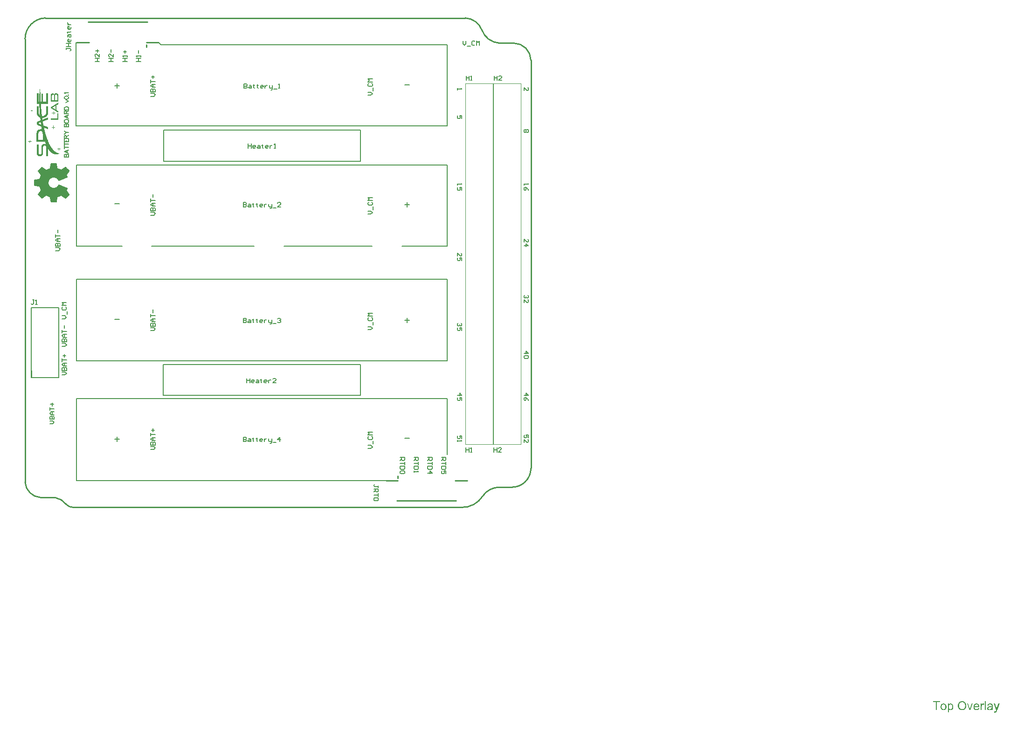
<source format=gto>
G04*
G04 #@! TF.GenerationSoftware,Altium Limited,Altium Designer,18.1.7 (191)*
G04*
G04 Layer_Color=65535*
%FSLAX25Y25*%
%MOIN*%
G70*
G01*
G75*
%ADD10C,0.00799*%
%ADD11C,0.01000*%
%ADD12C,0.00047*%
%ADD13C,0.00787*%
%ADD14C,0.00799*%
%ADD15C,0.00394*%
%ADD16C,0.00700*%
G36*
X22590Y295944D02*
X22886D01*
Y295846D01*
X23083D01*
Y295747D01*
X23280D01*
Y295648D01*
X23379D01*
Y295550D01*
X23478D01*
Y295451D01*
X23576D01*
Y295254D01*
X23675D01*
Y295057D01*
X23773D01*
Y294761D01*
X23872D01*
Y290028D01*
X18350D01*
Y294662D01*
X18449D01*
Y295057D01*
X18548D01*
Y295254D01*
X18646D01*
Y295451D01*
X18745D01*
Y295550D01*
X18844D01*
Y295648D01*
X19041D01*
Y295747D01*
X19139D01*
Y295846D01*
X19534D01*
Y295944D01*
X20027D01*
Y295846D01*
X20421D01*
Y295747D01*
X20520D01*
Y295648D01*
X20717D01*
Y295451D01*
X20816D01*
Y295353D01*
X20914D01*
Y295155D01*
X21013D01*
Y295353D01*
X21111D01*
Y295451D01*
X21210D01*
Y295648D01*
X21308D01*
Y295747D01*
X21506D01*
Y295846D01*
X21604D01*
Y295944D01*
X21999D01*
Y296043D01*
X22590D01*
Y295944D01*
D02*
G37*
G36*
X10857Y296831D02*
X10956D01*
Y293972D01*
X11054D01*
Y291901D01*
X11153D01*
Y290127D01*
X11251D01*
Y289930D01*
X11744D01*
Y295648D01*
X12928D01*
Y289930D01*
X15195D01*
Y295944D01*
X16576D01*
Y288549D01*
X11350D01*
Y287169D01*
X11449D01*
Y285986D01*
X11547D01*
Y284803D01*
X11646D01*
Y283718D01*
X11744D01*
Y282831D01*
X11843D01*
Y281844D01*
X11942D01*
Y280957D01*
X12040D01*
Y280168D01*
X12139D01*
Y279774D01*
X12829D01*
Y279873D01*
X13322D01*
Y279971D01*
X13618D01*
Y280070D01*
X13815D01*
Y280168D01*
X13914D01*
Y280267D01*
X14111D01*
Y280366D01*
X14209D01*
Y280464D01*
X14308D01*
Y280563D01*
X14407D01*
Y280661D01*
X14505D01*
Y280760D01*
X14604D01*
Y280859D01*
X14702D01*
Y280957D01*
X14801D01*
Y281154D01*
X14899D01*
Y281351D01*
X14998D01*
Y281647D01*
X15097D01*
Y282140D01*
X15195D01*
Y286873D01*
X16576D01*
Y282042D01*
X16477D01*
Y281450D01*
X16378D01*
Y281154D01*
X16280D01*
Y280859D01*
X16181D01*
Y280661D01*
X16083D01*
Y280464D01*
X15984D01*
Y280267D01*
X15886D01*
Y280168D01*
X15787D01*
Y279971D01*
X15688D01*
Y279873D01*
X15590D01*
Y279774D01*
X15491D01*
Y279675D01*
X15393D01*
Y279577D01*
X15294D01*
Y279478D01*
X15195D01*
Y279380D01*
X15097D01*
Y279281D01*
X14998D01*
Y279182D01*
X14801D01*
Y279084D01*
X14702D01*
Y278985D01*
X14505D01*
Y278887D01*
X14308D01*
Y278788D01*
X14111D01*
Y278689D01*
X13815D01*
Y278591D01*
X13421D01*
Y278492D01*
X12928D01*
Y278394D01*
X12336D01*
Y277901D01*
X12435D01*
Y277309D01*
X12533D01*
Y277210D01*
X12632D01*
Y277309D01*
X12829D01*
Y277408D01*
X13125D01*
Y277506D01*
X13322D01*
Y277605D01*
X13618D01*
Y277703D01*
X13914D01*
Y277802D01*
X14111D01*
Y277901D01*
X14407D01*
Y277999D01*
X14702D01*
Y278098D01*
X14899D01*
Y278196D01*
X15195D01*
Y278295D01*
X15393D01*
Y278394D01*
X15688D01*
Y278492D01*
X15984D01*
Y278591D01*
X16181D01*
Y278689D01*
X16280D01*
Y277210D01*
X16083D01*
Y277112D01*
X15787D01*
Y277013D01*
X15491D01*
Y276915D01*
X15294D01*
Y276816D01*
X14998D01*
Y276717D01*
X14801D01*
Y276619D01*
X14505D01*
Y276520D01*
X14209D01*
Y276422D01*
X14012D01*
Y276323D01*
X13716D01*
Y276224D01*
X13421D01*
Y276126D01*
X13223D01*
Y276027D01*
X12928D01*
Y275929D01*
X12730D01*
Y275436D01*
X12829D01*
Y274943D01*
X12928D01*
Y274351D01*
X13026D01*
Y273858D01*
X13125D01*
Y273267D01*
X13223D01*
Y272971D01*
X13421D01*
Y272872D01*
X13716D01*
Y272774D01*
X13914D01*
Y272675D01*
X14209D01*
Y272576D01*
X14505D01*
Y272478D01*
X14702D01*
Y272379D01*
X14998D01*
Y272281D01*
X15294D01*
Y272182D01*
X15491D01*
Y272083D01*
X15787D01*
Y271985D01*
X16083D01*
Y271886D01*
X16280D01*
Y270407D01*
X16181D01*
Y270506D01*
X15886D01*
Y270604D01*
X15688D01*
Y270703D01*
X15393D01*
Y270801D01*
X15195D01*
Y270900D01*
X14899D01*
Y270999D01*
X14604D01*
Y271097D01*
X14407D01*
Y271196D01*
X14111D01*
Y271294D01*
X13815D01*
Y271393D01*
X13618D01*
Y270900D01*
X13716D01*
Y270407D01*
X13815D01*
Y270013D01*
X13914D01*
Y269618D01*
X14012D01*
Y269224D01*
X14111D01*
Y268830D01*
X14209D01*
Y268435D01*
X14308D01*
Y268041D01*
X14407D01*
Y267646D01*
X14505D01*
Y267351D01*
X14604D01*
Y266956D01*
X14702D01*
Y266562D01*
X14801D01*
Y266266D01*
X14899D01*
Y265970D01*
X14998D01*
Y265674D01*
X15097D01*
Y265280D01*
X15195D01*
Y264984D01*
X15294D01*
Y264688D01*
X15393D01*
Y264393D01*
X15491D01*
Y264195D01*
X15590D01*
Y263900D01*
X15688D01*
Y263604D01*
X15787D01*
Y263308D01*
X15886D01*
Y263012D01*
X15984D01*
Y262815D01*
X16477D01*
Y261632D01*
X16576D01*
Y261336D01*
X16674D01*
Y261139D01*
X16773D01*
Y260942D01*
X16872D01*
Y260745D01*
X16970D01*
Y260547D01*
X17069D01*
Y260350D01*
X17167D01*
Y260054D01*
X17266D01*
Y259857D01*
X17365D01*
Y259660D01*
X17463D01*
Y259561D01*
X17562D01*
Y259364D01*
X17660D01*
Y259167D01*
X17759D01*
Y258970D01*
X17857D01*
Y258773D01*
X17956D01*
Y258674D01*
X18055D01*
Y258477D01*
X18153D01*
Y258280D01*
X18252D01*
Y258181D01*
X18350D01*
Y257984D01*
X18449D01*
Y257787D01*
X18548D01*
Y257688D01*
X18646D01*
Y257491D01*
X18745D01*
Y257392D01*
X18844D01*
Y257195D01*
X18942D01*
Y257096D01*
X19041D01*
Y256899D01*
X19139D01*
Y256801D01*
X19238D01*
Y256702D01*
X19336D01*
Y256505D01*
X19435D01*
Y256406D01*
X19534D01*
Y256308D01*
X19632D01*
Y256209D01*
X19731D01*
Y256012D01*
X19829D01*
Y255913D01*
X19928D01*
Y255815D01*
X20027D01*
Y255716D01*
X20125D01*
Y255617D01*
X20224D01*
Y255519D01*
X20323D01*
Y255420D01*
X20421D01*
Y255322D01*
X20520D01*
Y255223D01*
X20618D01*
Y255124D01*
X20717D01*
Y255026D01*
X20816D01*
Y254927D01*
X20914D01*
Y254829D01*
X21013D01*
Y254730D01*
X21111D01*
Y254631D01*
X21210D01*
Y254533D01*
X21407D01*
Y254434D01*
X21506D01*
Y254336D01*
X21604D01*
Y254237D01*
X21801D01*
Y254138D01*
X21900D01*
Y254040D01*
X21999D01*
Y253941D01*
X22196D01*
Y253843D01*
X22393D01*
Y253744D01*
X22590D01*
Y253645D01*
X22689D01*
Y253547D01*
X22886D01*
Y253448D01*
X23182D01*
Y253350D01*
X23379D01*
Y253251D01*
X23675D01*
Y253152D01*
X24069D01*
Y253054D01*
X24759D01*
Y252955D01*
X24562D01*
Y252857D01*
X24365D01*
Y252758D01*
X24168D01*
Y252660D01*
X23872D01*
Y252561D01*
X23576D01*
Y252462D01*
X23083D01*
Y252364D01*
X21407D01*
Y252462D01*
X20914D01*
Y252561D01*
X20618D01*
Y252660D01*
X20323D01*
Y252758D01*
X20125D01*
Y252857D01*
X19928D01*
Y252955D01*
X19731D01*
Y253054D01*
X19534D01*
Y253152D01*
X19435D01*
Y253251D01*
X19238D01*
Y253350D01*
X19139D01*
Y253448D01*
X18942D01*
Y253547D01*
X18844D01*
Y253645D01*
X18745D01*
Y253744D01*
X18646D01*
Y253843D01*
X18548D01*
Y253941D01*
X18449D01*
Y254040D01*
X18350D01*
Y254138D01*
X18153D01*
Y254237D01*
X18055D01*
Y254434D01*
X17956D01*
Y254533D01*
X17857D01*
Y254631D01*
X17759D01*
Y254730D01*
X17660D01*
Y254829D01*
X17562D01*
Y254927D01*
X17463D01*
Y255124D01*
X17365D01*
Y255223D01*
X17266D01*
Y255322D01*
X17167D01*
Y255519D01*
X17069D01*
Y255617D01*
X16970D01*
Y255815D01*
X16872D01*
Y255913D01*
X16773D01*
Y256110D01*
X16674D01*
Y256209D01*
X16576D01*
Y251082D01*
X15195D01*
Y257589D01*
X15097D01*
Y257984D01*
X14998D01*
Y258181D01*
X14899D01*
Y258280D01*
X14801D01*
Y258378D01*
X14604D01*
Y258477D01*
X14407D01*
Y258575D01*
X13618D01*
Y258477D01*
X13421D01*
Y258378D01*
X13223D01*
Y258280D01*
X13125D01*
Y258082D01*
X13026D01*
Y257787D01*
X12928D01*
Y253054D01*
X12829D01*
Y252561D01*
X12730D01*
Y252265D01*
X12632D01*
Y252068D01*
X12533D01*
Y251969D01*
X12435D01*
Y251772D01*
X12336D01*
Y251674D01*
X12237D01*
Y251575D01*
X12139D01*
Y251476D01*
X11942D01*
Y251378D01*
X11843D01*
Y251279D01*
X11646D01*
Y251181D01*
X11449D01*
Y251082D01*
X11054D01*
Y250983D01*
X10068D01*
Y251082D01*
X9674D01*
Y251181D01*
X9477D01*
Y251279D01*
X9279D01*
Y251378D01*
X9181D01*
Y251476D01*
X9082D01*
Y251575D01*
X8885D01*
Y251772D01*
X8787D01*
Y251871D01*
X8688D01*
Y251969D01*
X8589D01*
Y252167D01*
X8491D01*
Y252462D01*
X8392D01*
Y252758D01*
X8293D01*
Y259463D01*
X9674D01*
Y253054D01*
X9772D01*
Y252857D01*
X9871D01*
Y252758D01*
X9970D01*
Y252660D01*
X10068D01*
Y252561D01*
X10265D01*
Y252462D01*
X11153D01*
Y252561D01*
X11350D01*
Y252660D01*
X11449D01*
Y252758D01*
X11547D01*
Y252857D01*
X11646D01*
Y253054D01*
X11744D01*
Y257885D01*
X11843D01*
Y258378D01*
X11942D01*
Y258674D01*
X12040D01*
Y258871D01*
X12139D01*
Y259068D01*
X12237D01*
Y259167D01*
X12336D01*
Y259266D01*
X12435D01*
Y259364D01*
X12533D01*
Y259463D01*
X12632D01*
Y259561D01*
X12829D01*
Y259660D01*
X13026D01*
Y259758D01*
X13322D01*
Y259857D01*
X14899D01*
Y259956D01*
X14801D01*
Y260153D01*
X14702D01*
Y260350D01*
X14604D01*
Y260646D01*
X14505D01*
Y260843D01*
X14407D01*
Y261139D01*
X14308D01*
Y261336D01*
X14209D01*
Y261435D01*
X8195D01*
Y267646D01*
X8293D01*
Y268238D01*
X8392D01*
Y268534D01*
X8491D01*
Y268830D01*
X8589D01*
Y269027D01*
X8688D01*
Y269125D01*
X8787D01*
Y269323D01*
X8885D01*
Y269421D01*
X8984D01*
Y269520D01*
X9082D01*
Y269618D01*
X9181D01*
Y269717D01*
X9378D01*
Y269816D01*
X9477D01*
Y269914D01*
X9674D01*
Y270013D01*
X9871D01*
Y270111D01*
X10167D01*
Y270210D01*
X10660D01*
Y270309D01*
X11744D01*
Y270210D01*
X11942D01*
Y270604D01*
X11843D01*
Y271294D01*
X11744D01*
Y271886D01*
X11646D01*
Y272182D01*
X11547D01*
Y272281D01*
X11251D01*
Y272379D01*
X11054D01*
Y272478D01*
X10758D01*
Y272576D01*
X10463D01*
Y272675D01*
X10265D01*
Y272774D01*
X9970D01*
Y272872D01*
X9674D01*
Y272971D01*
X9477D01*
Y273069D01*
X9181D01*
Y273168D01*
X9082D01*
Y273267D01*
X8984D01*
Y273365D01*
X8885D01*
Y273464D01*
X8787D01*
Y273562D01*
X8688D01*
Y273760D01*
X8589D01*
Y274055D01*
X8491D01*
Y275041D01*
X8589D01*
Y275337D01*
X8688D01*
Y275534D01*
X8787D01*
Y275633D01*
X8885D01*
Y275731D01*
X8984D01*
Y275830D01*
X9082D01*
Y275929D01*
X9279D01*
Y276027D01*
X9477D01*
Y276126D01*
X9772D01*
Y276224D01*
X9970D01*
Y276323D01*
X10265D01*
Y276422D01*
X10561D01*
Y276520D01*
X10758D01*
Y276619D01*
X10956D01*
Y276717D01*
X11054D01*
Y276816D01*
X10956D01*
Y277605D01*
X10857D01*
Y278591D01*
X10758D01*
Y278689D01*
X10561D01*
Y278788D01*
X10364D01*
Y278887D01*
X10167D01*
Y278985D01*
X9970D01*
Y279084D01*
X9871D01*
Y279182D01*
X9772D01*
Y279281D01*
X9575D01*
Y279380D01*
X9477D01*
Y279478D01*
X9378D01*
Y279577D01*
X9279D01*
Y279675D01*
X9181D01*
Y279873D01*
X9082D01*
Y279971D01*
X8984D01*
Y280070D01*
X8885D01*
Y280267D01*
X8787D01*
Y280464D01*
X8688D01*
Y280661D01*
X8589D01*
Y280859D01*
X8491D01*
Y281154D01*
X8392D01*
Y281549D01*
X8293D01*
Y286873D01*
X9674D01*
Y281746D01*
X9772D01*
Y281450D01*
X9871D01*
Y281253D01*
X9970D01*
Y281056D01*
X10068D01*
Y280859D01*
X10167D01*
Y280760D01*
X10265D01*
Y280661D01*
X10364D01*
Y280563D01*
X10463D01*
Y280464D01*
X10561D01*
Y280366D01*
X10660D01*
Y280859D01*
X10561D01*
Y282239D01*
X10463D01*
Y283817D01*
X10364D01*
Y285591D01*
X10265D01*
Y288549D01*
X8293D01*
Y295944D01*
X9674D01*
Y289930D01*
X10265D01*
Y295747D01*
X10364D01*
Y297522D01*
X10463D01*
Y298409D01*
X10561D01*
Y298902D01*
X10660D01*
Y299296D01*
X10758D01*
Y299592D01*
X10857D01*
Y296831D01*
D02*
G37*
G36*
X23872Y288253D02*
X23773D01*
Y288155D01*
X23576D01*
Y288056D01*
X23379D01*
Y287958D01*
X23280D01*
Y287859D01*
X23083D01*
Y287760D01*
X22886D01*
Y287662D01*
X22787D01*
Y287563D01*
X22590D01*
Y287465D01*
X22492D01*
Y283915D01*
X22689D01*
Y283817D01*
X22787D01*
Y283718D01*
X22985D01*
Y283619D01*
X23182D01*
Y283521D01*
X23280D01*
Y283422D01*
X23478D01*
Y283324D01*
X23675D01*
Y283225D01*
X23872D01*
Y282140D01*
X23773D01*
Y282239D01*
X23576D01*
Y282337D01*
X23478D01*
Y282436D01*
X23280D01*
Y282535D01*
X23083D01*
Y282633D01*
X22985D01*
Y282732D01*
X22787D01*
Y282831D01*
X22590D01*
Y282929D01*
X22492D01*
Y283028D01*
X22294D01*
Y283126D01*
X22097D01*
Y283225D01*
X21999D01*
Y283324D01*
X21801D01*
Y283422D01*
X21604D01*
Y283521D01*
X21506D01*
Y283619D01*
X21308D01*
Y283718D01*
X21111D01*
Y283817D01*
X21013D01*
Y283915D01*
X20816D01*
Y284014D01*
X20618D01*
Y284112D01*
X20520D01*
Y284211D01*
X20323D01*
Y284310D01*
X20125D01*
Y284408D01*
X20027D01*
Y284507D01*
X19829D01*
Y284605D01*
X19632D01*
Y284704D01*
X19534D01*
Y284803D01*
X19336D01*
Y284901D01*
X19139D01*
Y285000D01*
X19041D01*
Y285098D01*
X18844D01*
Y285197D01*
X18646D01*
Y285296D01*
X18548D01*
Y285394D01*
X18449D01*
Y285493D01*
X18350D01*
Y285591D01*
X18252D01*
Y285887D01*
X18350D01*
Y285986D01*
X18449D01*
Y286084D01*
X18548D01*
Y286183D01*
X18646D01*
Y286281D01*
X18844D01*
Y286380D01*
X19041D01*
Y286479D01*
X19139D01*
Y286577D01*
X19336D01*
Y286676D01*
X19435D01*
Y286774D01*
X19632D01*
Y286873D01*
X19829D01*
Y286972D01*
X19928D01*
Y287070D01*
X20125D01*
Y287169D01*
X20323D01*
Y287267D01*
X20421D01*
Y287366D01*
X20618D01*
Y287465D01*
X20816D01*
Y287563D01*
X20914D01*
Y287662D01*
X21111D01*
Y287760D01*
X21308D01*
Y287859D01*
X21407D01*
Y287958D01*
X21604D01*
Y288056D01*
X21801D01*
Y288155D01*
X21900D01*
Y288253D01*
X22097D01*
Y288352D01*
X22294D01*
Y288451D01*
X22393D01*
Y288549D01*
X22590D01*
Y288648D01*
X22787D01*
Y288746D01*
X22886D01*
Y288845D01*
X23083D01*
Y288944D01*
X23280D01*
Y289042D01*
X23379D01*
Y289141D01*
X23576D01*
Y289239D01*
X23773D01*
Y289338D01*
X23872D01*
Y288253D01*
D02*
G37*
G36*
X4941Y284211D02*
X5040D01*
Y283619D01*
X5336D01*
Y283521D01*
X6124D01*
Y283324D01*
X5040D01*
Y283028D01*
X4941D01*
Y282239D01*
X4843D01*
Y282042D01*
X4744D01*
Y282831D01*
X4645D01*
Y283324D01*
X3758D01*
Y283422D01*
X3364D01*
Y283521D01*
X3955D01*
Y283619D01*
X4744D01*
Y284605D01*
X4843D01*
Y285000D01*
X4941D01*
Y284211D01*
D02*
G37*
G36*
X20618Y282042D02*
X21210D01*
Y281943D01*
X21801D01*
Y281844D01*
X21703D01*
Y281746D01*
X20618D01*
Y280859D01*
X20520D01*
Y280366D01*
X20421D01*
Y280859D01*
X20323D01*
Y281746D01*
X19534D01*
Y281844D01*
X19041D01*
Y281943D01*
X19435D01*
Y282042D01*
X20323D01*
Y282436D01*
X20421D01*
Y283126D01*
X20520D01*
Y283225D01*
X20618D01*
Y282042D01*
D02*
G37*
G36*
X23872Y277013D02*
X18350D01*
Y277901D01*
X22985D01*
Y281647D01*
X23872D01*
Y277013D01*
D02*
G37*
G36*
X20323Y272281D02*
X20421D01*
Y271788D01*
X20717D01*
Y271689D01*
X21506D01*
Y271590D01*
X21604D01*
Y271492D01*
X20421D01*
Y271294D01*
X20323D01*
Y270407D01*
X20224D01*
Y270111D01*
X20125D01*
Y270900D01*
X20027D01*
Y271492D01*
X19139D01*
Y271590D01*
X18646D01*
Y271689D01*
X19336D01*
Y271788D01*
X20027D01*
Y271985D01*
X20125D01*
Y272774D01*
X20224D01*
Y273069D01*
X20323D01*
Y272281D01*
D02*
G37*
G36*
X3526Y262273D02*
X3624D01*
Y261681D01*
X3920D01*
Y261583D01*
X4709D01*
Y261385D01*
X3624D01*
Y261090D01*
X3526D01*
Y260301D01*
X3427D01*
Y260104D01*
X3329D01*
Y260892D01*
X3230D01*
Y261385D01*
X2343D01*
Y261484D01*
X1948D01*
Y261583D01*
X2540D01*
Y261681D01*
X3329D01*
Y262667D01*
X3427D01*
Y263062D01*
X3526D01*
Y262273D01*
D02*
G37*
G36*
X24562Y256406D02*
X24661D01*
Y256308D01*
X25450D01*
Y256209D01*
X25943D01*
Y256110D01*
X25252D01*
Y256012D01*
X24562D01*
Y255223D01*
X24464D01*
Y254730D01*
X24365D01*
Y255124D01*
X24266D01*
Y256012D01*
X23872D01*
Y256110D01*
X23182D01*
Y256209D01*
X23083D01*
Y256308D01*
X24266D01*
Y256899D01*
X24365D01*
Y257491D01*
X24562D01*
Y256406D01*
D02*
G37*
G36*
X661803Y-140324D02*
X661867Y-140333D01*
X662004Y-140352D01*
X662168Y-140388D01*
X662341Y-140443D01*
X662514Y-140525D01*
X662687Y-140625D01*
X662696D01*
X662705Y-140643D01*
X662760Y-140680D01*
X662842Y-140753D01*
X662942Y-140844D01*
X663052Y-140962D01*
X663161Y-141108D01*
X663270Y-141281D01*
X663361Y-141472D01*
Y-141481D01*
X663370Y-141500D01*
X663379Y-141527D01*
X663398Y-141563D01*
X663416Y-141618D01*
X663434Y-141682D01*
X663480Y-141828D01*
X663525Y-142010D01*
X663562Y-142210D01*
X663589Y-142438D01*
X663598Y-142675D01*
Y-142684D01*
Y-142702D01*
Y-142739D01*
Y-142793D01*
X663589Y-142857D01*
Y-142930D01*
X663571Y-143094D01*
X663534Y-143294D01*
X663489Y-143504D01*
X663425Y-143722D01*
X663343Y-143941D01*
Y-143950D01*
X663334Y-143968D01*
X663316Y-143996D01*
X663298Y-144032D01*
X663234Y-144132D01*
X663152Y-144260D01*
X663052Y-144397D01*
X662924Y-144533D01*
X662778Y-144670D01*
X662605Y-144797D01*
X662596D01*
X662587Y-144807D01*
X662560Y-144825D01*
X662523Y-144843D01*
X662432Y-144888D01*
X662304Y-144943D01*
X662150Y-144998D01*
X661986Y-145043D01*
X661794Y-145080D01*
X661603Y-145089D01*
X661539D01*
X661466Y-145080D01*
X661375Y-145071D01*
X661266Y-145053D01*
X661147Y-145025D01*
X661029Y-144989D01*
X660911Y-144934D01*
X660901Y-144925D01*
X660856Y-144907D01*
X660801Y-144870D01*
X660728Y-144816D01*
X660656Y-144761D01*
X660565Y-144688D01*
X660483Y-144606D01*
X660410Y-144515D01*
Y-146738D01*
X659635D01*
Y-140416D01*
X660337D01*
Y-141017D01*
X660346Y-140999D01*
X660382Y-140962D01*
X660428Y-140898D01*
X660501Y-140825D01*
X660583Y-140734D01*
X660674Y-140652D01*
X660783Y-140570D01*
X660892Y-140498D01*
X660911Y-140488D01*
X660947Y-140470D01*
X661020Y-140443D01*
X661111Y-140406D01*
X661220Y-140370D01*
X661348Y-140343D01*
X661494Y-140324D01*
X661658Y-140315D01*
X661758D01*
X661803Y-140324D01*
D02*
G37*
G36*
X684970D02*
X685070Y-140343D01*
X685189Y-140379D01*
X685316Y-140425D01*
X685462Y-140488D01*
X685617Y-140570D01*
X685334Y-141281D01*
X685325Y-141272D01*
X685289Y-141254D01*
X685234Y-141226D01*
X685161Y-141199D01*
X685079Y-141172D01*
X684979Y-141144D01*
X684879Y-141126D01*
X684779Y-141117D01*
X684733D01*
X684688Y-141126D01*
X684624Y-141135D01*
X684560Y-141153D01*
X684478Y-141181D01*
X684396Y-141217D01*
X684323Y-141272D01*
X684314Y-141281D01*
X684287Y-141299D01*
X684260Y-141336D01*
X684214Y-141381D01*
X684168Y-141445D01*
X684123Y-141518D01*
X684077Y-141600D01*
X684041Y-141700D01*
X684032Y-141718D01*
X684023Y-141773D01*
X684004Y-141855D01*
X683977Y-141964D01*
X683950Y-142101D01*
X683932Y-142256D01*
X683922Y-142420D01*
X683913Y-142602D01*
Y-144989D01*
X683139D01*
Y-140416D01*
X683841D01*
Y-141108D01*
X683850Y-141099D01*
X683886Y-141035D01*
X683932Y-140953D01*
X684004Y-140853D01*
X684077Y-140753D01*
X684159Y-140643D01*
X684241Y-140552D01*
X684323Y-140479D01*
X684332Y-140470D01*
X684360Y-140452D01*
X684414Y-140425D01*
X684469Y-140397D01*
X684542Y-140370D01*
X684633Y-140343D01*
X684724Y-140324D01*
X684824Y-140315D01*
X684888D01*
X684970Y-140324D01*
D02*
G37*
G36*
X675815Y-144989D02*
X675077D01*
X673355Y-140416D01*
X674175D01*
X675159Y-143158D01*
Y-143167D01*
X675168Y-143176D01*
X675177Y-143203D01*
X675186Y-143230D01*
X675213Y-143322D01*
X675250Y-143440D01*
X675295Y-143577D01*
X675350Y-143732D01*
X675395Y-143905D01*
X675450Y-144078D01*
X675459Y-144060D01*
X675468Y-144014D01*
X675496Y-143941D01*
X675523Y-143832D01*
X675569Y-143713D01*
X675614Y-143559D01*
X675678Y-143394D01*
X675742Y-143212D01*
X676753Y-140416D01*
X677555D01*
X675815Y-144989D01*
D02*
G37*
G36*
X694946Y-145062D02*
Y-145071D01*
X694937Y-145098D01*
X694918Y-145134D01*
X694900Y-145180D01*
X694873Y-145244D01*
X694845Y-145317D01*
X694782Y-145472D01*
X694718Y-145645D01*
X694645Y-145818D01*
X694572Y-145973D01*
X694536Y-146036D01*
X694508Y-146100D01*
X694499Y-146118D01*
X694472Y-146164D01*
X694426Y-146228D01*
X694372Y-146310D01*
X694299Y-146401D01*
X694217Y-146492D01*
X694135Y-146583D01*
X694035Y-146656D01*
X694026Y-146665D01*
X693989Y-146683D01*
X693934Y-146711D01*
X693852Y-146747D01*
X693761Y-146783D01*
X693652Y-146811D01*
X693534Y-146829D01*
X693397Y-146838D01*
X693361D01*
X693315Y-146829D01*
X693251D01*
X693178Y-146811D01*
X693096Y-146792D01*
X693005Y-146774D01*
X692905Y-146738D01*
X692823Y-146018D01*
X692832D01*
X692869Y-146027D01*
X692914Y-146036D01*
X692969Y-146055D01*
X693115Y-146082D01*
X693260Y-146091D01*
X693306D01*
X693351Y-146082D01*
X693406D01*
X693543Y-146055D01*
X693606Y-146027D01*
X693670Y-146000D01*
X693679D01*
X693698Y-145982D01*
X693725Y-145964D01*
X693761Y-145936D01*
X693843Y-145863D01*
X693916Y-145763D01*
Y-145754D01*
X693934Y-145736D01*
X693953Y-145699D01*
X693971Y-145645D01*
X694007Y-145572D01*
X694044Y-145463D01*
X694098Y-145335D01*
X694153Y-145180D01*
Y-145171D01*
X694171Y-145134D01*
X694190Y-145071D01*
X694226Y-144989D01*
X692495Y-140416D01*
X693315D01*
X694272Y-143067D01*
Y-143076D01*
X694281Y-143085D01*
X694290Y-143112D01*
X694299Y-143158D01*
X694317Y-143203D01*
X694335Y-143258D01*
X694381Y-143385D01*
X694435Y-143540D01*
X694490Y-143722D01*
X694545Y-143914D01*
X694599Y-144123D01*
Y-144114D01*
X694608Y-144096D01*
X694618Y-144069D01*
X694627Y-144032D01*
X694636Y-143987D01*
X694654Y-143932D01*
X694691Y-143795D01*
X694736Y-143640D01*
X694800Y-143458D01*
X694854Y-143276D01*
X694927Y-143085D01*
X695911Y-140416D01*
X696686D01*
X694946Y-145062D01*
D02*
G37*
G36*
X690172Y-140324D02*
X690309Y-140333D01*
X690463Y-140352D01*
X690618Y-140379D01*
X690773Y-140416D01*
X690919Y-140461D01*
X690937Y-140470D01*
X690983Y-140488D01*
X691046Y-140516D01*
X691128Y-140552D01*
X691220Y-140607D01*
X691311Y-140662D01*
X691393Y-140734D01*
X691466Y-140807D01*
X691475Y-140816D01*
X691493Y-140844D01*
X691520Y-140889D01*
X691557Y-140944D01*
X691602Y-141026D01*
X691639Y-141108D01*
X691675Y-141208D01*
X691702Y-141326D01*
Y-141336D01*
X691712Y-141363D01*
X691721Y-141418D01*
X691730Y-141490D01*
Y-141591D01*
X691739Y-141709D01*
X691748Y-141864D01*
Y-142037D01*
Y-143076D01*
Y-143085D01*
Y-143121D01*
Y-143176D01*
Y-143249D01*
Y-143331D01*
Y-143431D01*
X691757Y-143650D01*
Y-143877D01*
X691766Y-144105D01*
X691775Y-144205D01*
Y-144296D01*
X691784Y-144378D01*
X691793Y-144442D01*
Y-144451D01*
X691803Y-144488D01*
X691812Y-144542D01*
X691839Y-144615D01*
X691857Y-144697D01*
X691894Y-144788D01*
X691939Y-144888D01*
X691985Y-144989D01*
X691174D01*
X691165Y-144980D01*
X691156Y-144943D01*
X691138Y-144898D01*
X691110Y-144825D01*
X691083Y-144743D01*
X691065Y-144643D01*
X691046Y-144533D01*
X691028Y-144415D01*
X691019D01*
X691010Y-144433D01*
X690955Y-144479D01*
X690873Y-144542D01*
X690764Y-144624D01*
X690627Y-144706D01*
X690491Y-144797D01*
X690345Y-144879D01*
X690190Y-144943D01*
X690172Y-144952D01*
X690117Y-144961D01*
X690035Y-144989D01*
X689935Y-145016D01*
X689808Y-145043D01*
X689662Y-145062D01*
X689498Y-145080D01*
X689334Y-145089D01*
X689261D01*
X689206Y-145080D01*
X689143D01*
X689070Y-145071D01*
X688906Y-145043D01*
X688724Y-144998D01*
X688523Y-144934D01*
X688341Y-144843D01*
X688177Y-144725D01*
X688159Y-144706D01*
X688113Y-144661D01*
X688049Y-144579D01*
X687976Y-144469D01*
X687904Y-144333D01*
X687840Y-144178D01*
X687794Y-143987D01*
X687785Y-143895D01*
X687776Y-143786D01*
Y-143768D01*
Y-143732D01*
X687785Y-143668D01*
X687794Y-143586D01*
X687813Y-143486D01*
X687840Y-143385D01*
X687876Y-143276D01*
X687922Y-143176D01*
X687931Y-143167D01*
X687949Y-143130D01*
X687986Y-143076D01*
X688031Y-143012D01*
X688086Y-142939D01*
X688159Y-142866D01*
X688232Y-142793D01*
X688323Y-142729D01*
X688332Y-142720D01*
X688368Y-142702D01*
X688414Y-142666D01*
X688487Y-142629D01*
X688569Y-142593D01*
X688669Y-142547D01*
X688769Y-142511D01*
X688887Y-142474D01*
X688897D01*
X688933Y-142465D01*
X688988Y-142447D01*
X689060Y-142438D01*
X689152Y-142420D01*
X689270Y-142402D01*
X689407Y-142374D01*
X689571Y-142356D01*
X689580D01*
X689616Y-142347D01*
X689662D01*
X689726Y-142338D01*
X689798Y-142329D01*
X689889Y-142310D01*
X689990Y-142301D01*
X690099Y-142283D01*
X690318Y-142237D01*
X690555Y-142192D01*
X690764Y-142137D01*
X690864Y-142110D01*
X690955Y-142083D01*
Y-142074D01*
Y-142055D01*
X690965Y-142001D01*
Y-141937D01*
Y-141901D01*
Y-141882D01*
Y-141873D01*
Y-141864D01*
Y-141809D01*
X690955Y-141718D01*
X690937Y-141618D01*
X690910Y-141509D01*
X690864Y-141399D01*
X690810Y-141299D01*
X690737Y-141217D01*
X690728Y-141208D01*
X690682Y-141172D01*
X690609Y-141135D01*
X690518Y-141080D01*
X690391Y-141035D01*
X690245Y-140989D01*
X690063Y-140962D01*
X689853Y-140953D01*
X689762D01*
X689671Y-140962D01*
X689543Y-140980D01*
X689416Y-140999D01*
X689279Y-141035D01*
X689152Y-141080D01*
X689042Y-141144D01*
X689033Y-141153D01*
X688997Y-141181D01*
X688951Y-141226D01*
X688897Y-141299D01*
X688842Y-141390D01*
X688778Y-141509D01*
X688724Y-141655D01*
X688669Y-141818D01*
X687913Y-141718D01*
Y-141709D01*
X687922Y-141700D01*
Y-141673D01*
X687931Y-141636D01*
X687958Y-141554D01*
X687995Y-141436D01*
X688040Y-141317D01*
X688095Y-141190D01*
X688168Y-141062D01*
X688250Y-140944D01*
X688259Y-140935D01*
X688295Y-140898D01*
X688350Y-140844D01*
X688423Y-140771D01*
X688523Y-140698D01*
X688642Y-140625D01*
X688778Y-140543D01*
X688933Y-140479D01*
X688942D01*
X688951Y-140470D01*
X688978Y-140461D01*
X689015Y-140452D01*
X689106Y-140425D01*
X689234Y-140397D01*
X689379Y-140370D01*
X689562Y-140343D01*
X689753Y-140324D01*
X689971Y-140315D01*
X690072D01*
X690172Y-140324D01*
D02*
G37*
G36*
X686838Y-144989D02*
X686063D01*
Y-138685D01*
X686838D01*
Y-144989D01*
D02*
G37*
G36*
X653969Y-139432D02*
X651892D01*
Y-144989D01*
X651054D01*
Y-139432D01*
X648977D01*
Y-138685D01*
X653969D01*
Y-139432D01*
D02*
G37*
G36*
X680269Y-140324D02*
X680342Y-140333D01*
X680433Y-140352D01*
X680534Y-140370D01*
X680652Y-140397D01*
X680761Y-140425D01*
X680889Y-140470D01*
X681007Y-140516D01*
X681135Y-140579D01*
X681262Y-140652D01*
X681390Y-140734D01*
X681508Y-140835D01*
X681618Y-140944D01*
X681627Y-140953D01*
X681645Y-140971D01*
X681672Y-141008D01*
X681709Y-141062D01*
X681754Y-141126D01*
X681800Y-141199D01*
X681854Y-141290D01*
X681909Y-141399D01*
X681964Y-141518D01*
X682019Y-141645D01*
X682064Y-141791D01*
X682110Y-141946D01*
X682146Y-142119D01*
X682173Y-142301D01*
X682192Y-142493D01*
X682201Y-142702D01*
Y-142711D01*
Y-142748D01*
Y-142811D01*
X682192Y-142903D01*
X678775D01*
Y-142912D01*
Y-142939D01*
X678785Y-142975D01*
Y-143030D01*
X678794Y-143094D01*
X678812Y-143167D01*
X678839Y-143331D01*
X678894Y-143513D01*
X678967Y-143713D01*
X679067Y-143895D01*
X679194Y-144060D01*
X679204D01*
X679213Y-144078D01*
X679267Y-144123D01*
X679349Y-144187D01*
X679459Y-144251D01*
X679604Y-144324D01*
X679768Y-144387D01*
X679951Y-144433D01*
X680051Y-144442D01*
X680160Y-144451D01*
X680233D01*
X680315Y-144442D01*
X680415Y-144424D01*
X680524Y-144397D01*
X680652Y-144360D01*
X680770Y-144306D01*
X680889Y-144233D01*
X680898Y-144223D01*
X680943Y-144187D01*
X680998Y-144132D01*
X681062Y-144060D01*
X681135Y-143959D01*
X681217Y-143832D01*
X681299Y-143686D01*
X681372Y-143513D01*
X682173Y-143613D01*
Y-143622D01*
X682164Y-143640D01*
X682155Y-143677D01*
X682137Y-143732D01*
X682110Y-143786D01*
X682082Y-143859D01*
X682009Y-144014D01*
X681918Y-144187D01*
X681791Y-144369D01*
X681645Y-144542D01*
X681463Y-144706D01*
X681454D01*
X681435Y-144725D01*
X681408Y-144743D01*
X681372Y-144770D01*
X681317Y-144797D01*
X681262Y-144825D01*
X681189Y-144861D01*
X681108Y-144898D01*
X681016Y-144934D01*
X680925Y-144971D01*
X680697Y-145025D01*
X680442Y-145071D01*
X680160Y-145089D01*
X680060D01*
X679996Y-145080D01*
X679914Y-145071D01*
X679814Y-145053D01*
X679705Y-145034D01*
X679586Y-145016D01*
X679331Y-144943D01*
X679194Y-144888D01*
X679067Y-144834D01*
X678930Y-144761D01*
X678803Y-144679D01*
X678684Y-144588D01*
X678566Y-144479D01*
X678557Y-144469D01*
X678539Y-144451D01*
X678511Y-144415D01*
X678475Y-144360D01*
X678429Y-144296D01*
X678384Y-144223D01*
X678329Y-144132D01*
X678274Y-144032D01*
X678220Y-143914D01*
X678165Y-143786D01*
X678119Y-143640D01*
X678074Y-143486D01*
X678037Y-143322D01*
X678010Y-143139D01*
X677992Y-142948D01*
X677983Y-142748D01*
Y-142739D01*
Y-142693D01*
Y-142638D01*
X677992Y-142556D01*
X678001Y-142456D01*
X678010Y-142347D01*
X678028Y-142219D01*
X678056Y-142092D01*
X678128Y-141800D01*
X678174Y-141655D01*
X678229Y-141500D01*
X678302Y-141354D01*
X678384Y-141217D01*
X678475Y-141080D01*
X678575Y-140953D01*
X678584Y-140944D01*
X678602Y-140926D01*
X678639Y-140898D01*
X678684Y-140853D01*
X678739Y-140807D01*
X678812Y-140753D01*
X678894Y-140689D01*
X678994Y-140634D01*
X679094Y-140570D01*
X679213Y-140516D01*
X679340Y-140461D01*
X679477Y-140416D01*
X679623Y-140370D01*
X679777Y-140343D01*
X679941Y-140324D01*
X680115Y-140315D01*
X680206D01*
X680269Y-140324D01*
D02*
G37*
G36*
X656738D02*
X656820Y-140333D01*
X656911Y-140352D01*
X657012Y-140370D01*
X657130Y-140388D01*
X657376Y-140470D01*
X657504Y-140516D01*
X657631Y-140579D01*
X657759Y-140643D01*
X657886Y-140734D01*
X658005Y-140825D01*
X658123Y-140935D01*
X658132Y-140944D01*
X658150Y-140962D01*
X658178Y-140999D01*
X658214Y-141044D01*
X658260Y-141108D01*
X658314Y-141190D01*
X658369Y-141281D01*
X658424Y-141381D01*
X658478Y-141490D01*
X658533Y-141627D01*
X658588Y-141764D01*
X658633Y-141919D01*
X658670Y-142083D01*
X658697Y-142256D01*
X658715Y-142438D01*
X658724Y-142638D01*
Y-142648D01*
Y-142675D01*
Y-142720D01*
Y-142784D01*
X658715Y-142857D01*
X658706Y-142948D01*
Y-143039D01*
X658688Y-143139D01*
X658661Y-143367D01*
X658606Y-143595D01*
X658542Y-143823D01*
X658451Y-144032D01*
Y-144041D01*
X658442Y-144050D01*
X658424Y-144078D01*
X658405Y-144114D01*
X658342Y-144205D01*
X658260Y-144315D01*
X658150Y-144442D01*
X658014Y-144570D01*
X657859Y-144697D01*
X657677Y-144816D01*
X657667D01*
X657658Y-144825D01*
X657631Y-144843D01*
X657585Y-144861D01*
X657540Y-144879D01*
X657485Y-144898D01*
X657349Y-144952D01*
X657194Y-144998D01*
X657002Y-145043D01*
X656802Y-145080D01*
X656583Y-145089D01*
X656492D01*
X656419Y-145080D01*
X656337Y-145071D01*
X656246Y-145053D01*
X656137Y-145034D01*
X656028Y-145016D01*
X655782Y-144943D01*
X655645Y-144888D01*
X655517Y-144834D01*
X655390Y-144761D01*
X655262Y-144679D01*
X655144Y-144588D01*
X655026Y-144479D01*
X655017Y-144469D01*
X654998Y-144451D01*
X654971Y-144415D01*
X654935Y-144360D01*
X654889Y-144296D01*
X654843Y-144223D01*
X654789Y-144132D01*
X654734Y-144023D01*
X654679Y-143905D01*
X654625Y-143768D01*
X654579Y-143622D01*
X654534Y-143467D01*
X654497Y-143294D01*
X654470Y-143112D01*
X654452Y-142912D01*
X654443Y-142702D01*
Y-142684D01*
Y-142648D01*
X654452Y-142584D01*
Y-142493D01*
X654461Y-142392D01*
X654479Y-142265D01*
X654497Y-142137D01*
X654534Y-141992D01*
X654570Y-141846D01*
X654616Y-141691D01*
X654670Y-141527D01*
X654743Y-141372D01*
X654816Y-141226D01*
X654916Y-141080D01*
X655017Y-140944D01*
X655144Y-140825D01*
X655153Y-140816D01*
X655171Y-140807D01*
X655208Y-140780D01*
X655253Y-140744D01*
X655308Y-140707D01*
X655381Y-140662D01*
X655454Y-140616D01*
X655545Y-140570D01*
X655645Y-140525D01*
X655754Y-140479D01*
X656000Y-140397D01*
X656283Y-140333D01*
X656428Y-140324D01*
X656583Y-140315D01*
X656674D01*
X656738Y-140324D01*
D02*
G37*
G36*
X669993Y-138584D02*
X670075D01*
X670157Y-138593D01*
X670267Y-138612D01*
X670376Y-138630D01*
X670613Y-138675D01*
X670886Y-138748D01*
X671150Y-138858D01*
X671287Y-138921D01*
X671424Y-138994D01*
X671433Y-139004D01*
X671451Y-139013D01*
X671487Y-139040D01*
X671542Y-139067D01*
X671597Y-139113D01*
X671669Y-139167D01*
X671824Y-139295D01*
X671988Y-139459D01*
X672171Y-139659D01*
X672344Y-139896D01*
X672489Y-140160D01*
Y-140170D01*
X672508Y-140197D01*
X672526Y-140233D01*
X672544Y-140288D01*
X672580Y-140361D01*
X672608Y-140443D01*
X672644Y-140543D01*
X672681Y-140652D01*
X672708Y-140771D01*
X672745Y-140898D01*
X672781Y-141044D01*
X672808Y-141190D01*
X672845Y-141509D01*
X672863Y-141855D01*
Y-141864D01*
Y-141901D01*
Y-141946D01*
X672854Y-142019D01*
Y-142101D01*
X672845Y-142201D01*
X672826Y-142310D01*
X672817Y-142429D01*
X672772Y-142693D01*
X672699Y-142984D01*
X672599Y-143276D01*
X672544Y-143422D01*
X672471Y-143568D01*
Y-143577D01*
X672453Y-143604D01*
X672435Y-143640D01*
X672398Y-143695D01*
X672362Y-143759D01*
X672316Y-143823D01*
X672189Y-143996D01*
X672034Y-144178D01*
X671852Y-144369D01*
X671633Y-144552D01*
X671378Y-144715D01*
X671369D01*
X671351Y-144734D01*
X671305Y-144752D01*
X671250Y-144779D01*
X671187Y-144807D01*
X671114Y-144834D01*
X671023Y-144870D01*
X670923Y-144907D01*
X670813Y-144943D01*
X670695Y-144980D01*
X670431Y-145034D01*
X670148Y-145080D01*
X669847Y-145098D01*
X669756D01*
X669702Y-145089D01*
X669620D01*
X669529Y-145071D01*
X669428Y-145062D01*
X669310Y-145043D01*
X669064Y-144989D01*
X668800Y-144916D01*
X668527Y-144807D01*
X668390Y-144743D01*
X668253Y-144670D01*
X668244Y-144661D01*
X668226Y-144652D01*
X668189Y-144624D01*
X668135Y-144588D01*
X668080Y-144552D01*
X668016Y-144497D01*
X667862Y-144360D01*
X667689Y-144196D01*
X667506Y-143996D01*
X667342Y-143768D01*
X667187Y-143504D01*
Y-143495D01*
X667169Y-143467D01*
X667151Y-143431D01*
X667133Y-143376D01*
X667105Y-143303D01*
X667078Y-143221D01*
X667042Y-143130D01*
X667014Y-143030D01*
X666978Y-142912D01*
X666941Y-142793D01*
X666887Y-142520D01*
X666850Y-142237D01*
X666832Y-141928D01*
Y-141919D01*
Y-141910D01*
Y-141855D01*
X666841Y-141773D01*
Y-141664D01*
X666859Y-141536D01*
X666878Y-141381D01*
X666905Y-141208D01*
X666941Y-141026D01*
X666978Y-140835D01*
X667032Y-140634D01*
X667105Y-140434D01*
X667187Y-140224D01*
X667278Y-140024D01*
X667397Y-139823D01*
X667524Y-139641D01*
X667670Y-139468D01*
X667679Y-139459D01*
X667707Y-139432D01*
X667761Y-139386D01*
X667825Y-139331D01*
X667907Y-139259D01*
X668007Y-139186D01*
X668126Y-139104D01*
X668262Y-139022D01*
X668408Y-138940D01*
X668572Y-138858D01*
X668754Y-138785D01*
X668946Y-138712D01*
X669155Y-138657D01*
X669374Y-138612D01*
X669602Y-138584D01*
X669847Y-138575D01*
X669930D01*
X669993Y-138584D01*
D02*
G37*
%LPC*%
G36*
X22590Y295057D02*
X21801D01*
Y294958D01*
X21703D01*
Y294860D01*
X21604D01*
Y294761D01*
X21506D01*
Y294367D01*
X21407D01*
Y291014D01*
X22985D01*
Y294465D01*
X22886D01*
Y294761D01*
X22787D01*
Y294860D01*
X22689D01*
Y294958D01*
X22590D01*
Y295057D01*
D02*
G37*
G36*
X20421Y294958D02*
X19632D01*
Y294860D01*
X19534D01*
Y294761D01*
X19435D01*
Y294662D01*
X19336D01*
Y294268D01*
X19238D01*
Y291014D01*
X20717D01*
Y294465D01*
X20618D01*
Y294761D01*
X20520D01*
Y294860D01*
X20421D01*
Y294958D01*
D02*
G37*
G36*
X11251Y275337D02*
X11153D01*
Y275238D01*
X10857D01*
Y275140D01*
X10561D01*
Y275041D01*
X10364D01*
Y274943D01*
X10068D01*
Y274844D01*
X9970D01*
Y274745D01*
X9871D01*
Y274253D01*
X10068D01*
Y274154D01*
X10265D01*
Y274055D01*
X10561D01*
Y273957D01*
X10857D01*
Y273858D01*
X11054D01*
Y273760D01*
X11350D01*
Y273661D01*
X11449D01*
Y273957D01*
X11350D01*
Y274647D01*
X11251D01*
Y275337D01*
D02*
G37*
G36*
X11744Y268928D02*
X10660D01*
Y268830D01*
X10463D01*
Y268731D01*
X10265D01*
Y268632D01*
X10167D01*
Y268534D01*
X10068D01*
Y268435D01*
X9970D01*
Y268337D01*
X9871D01*
Y268238D01*
X9772D01*
Y267942D01*
X9674D01*
Y267548D01*
X9575D01*
Y262815D01*
X12829D01*
Y266167D01*
X12730D01*
Y266660D01*
X12632D01*
Y267055D01*
X12533D01*
Y267449D01*
X12435D01*
Y267942D01*
X12336D01*
Y268435D01*
X12237D01*
Y268632D01*
X12139D01*
Y268731D01*
X12040D01*
Y268830D01*
X11744D01*
Y268928D01*
D02*
G37*
G36*
X21801Y286972D02*
X21604D01*
Y286873D01*
X21407D01*
Y286774D01*
X21210D01*
Y286676D01*
X21111D01*
Y286577D01*
X20914D01*
Y286479D01*
X20717D01*
Y286380D01*
X20618D01*
Y286281D01*
X20421D01*
Y286183D01*
X20224D01*
Y286084D01*
X20125D01*
Y285986D01*
X19928D01*
Y285887D01*
X19731D01*
Y285788D01*
X19632D01*
Y285591D01*
X19829D01*
Y285493D01*
X20027D01*
Y285394D01*
X20125D01*
Y285296D01*
X20323D01*
Y285197D01*
X20520D01*
Y285098D01*
X20618D01*
Y285000D01*
X20816D01*
Y284901D01*
X21013D01*
Y284803D01*
X21111D01*
Y284704D01*
X21308D01*
Y284605D01*
X21506D01*
Y284507D01*
X21801D01*
Y286972D01*
D02*
G37*
G36*
X661585Y-140926D02*
X661539D01*
X661503Y-140935D01*
X661412Y-140953D01*
X661293Y-140980D01*
X661157Y-141035D01*
X661011Y-141117D01*
X660929Y-141172D01*
X660856Y-141235D01*
X660783Y-141308D01*
X660710Y-141390D01*
Y-141399D01*
X660692Y-141409D01*
X660674Y-141436D01*
X660656Y-141472D01*
X660628Y-141527D01*
X660592Y-141582D01*
X660555Y-141655D01*
X660528Y-141727D01*
X660492Y-141818D01*
X660455Y-141919D01*
X660428Y-142028D01*
X660391Y-142146D01*
X660373Y-142283D01*
X660355Y-142420D01*
X660337Y-142566D01*
Y-142729D01*
Y-142739D01*
Y-142766D01*
Y-142811D01*
X660346Y-142875D01*
Y-142948D01*
X660355Y-143030D01*
X660382Y-143221D01*
X660428Y-143440D01*
X660483Y-143650D01*
X660574Y-143859D01*
X660628Y-143950D01*
X660692Y-144032D01*
X660710Y-144050D01*
X660756Y-144096D01*
X660829Y-144169D01*
X660929Y-144242D01*
X661056Y-144315D01*
X661202Y-144387D01*
X661366Y-144433D01*
X661457Y-144442D01*
X661548Y-144451D01*
X661603D01*
X661639Y-144442D01*
X661730Y-144424D01*
X661858Y-144397D01*
X661995Y-144342D01*
X662141Y-144269D01*
X662286Y-144160D01*
X662359Y-144096D01*
X662432Y-144023D01*
Y-144014D01*
X662450Y-144005D01*
X662468Y-143977D01*
X662487Y-143941D01*
X662523Y-143895D01*
X662550Y-143832D01*
X662587Y-143768D01*
X662623Y-143686D01*
X662651Y-143604D01*
X662687Y-143495D01*
X662723Y-143385D01*
X662751Y-143267D01*
X662769Y-143130D01*
X662787Y-142984D01*
X662806Y-142830D01*
Y-142666D01*
Y-142657D01*
Y-142629D01*
Y-142584D01*
X662796Y-142520D01*
Y-142447D01*
X662787Y-142365D01*
X662760Y-142174D01*
X662714Y-141964D01*
X662651Y-141755D01*
X662560Y-141545D01*
X662505Y-141445D01*
X662441Y-141363D01*
Y-141354D01*
X662423Y-141345D01*
X662377Y-141290D01*
X662304Y-141226D01*
X662204Y-141144D01*
X662077Y-141062D01*
X661931Y-140989D01*
X661767Y-140944D01*
X661676Y-140935D01*
X661585Y-140926D01*
D02*
G37*
G36*
X690965Y-142693D02*
X690955D01*
X690946Y-142702D01*
X690919Y-142711D01*
X690882Y-142720D01*
X690837Y-142739D01*
X690782Y-142757D01*
X690719Y-142775D01*
X690646Y-142793D01*
X690564Y-142821D01*
X690463Y-142839D01*
X690363Y-142866D01*
X690245Y-142893D01*
X690117Y-142921D01*
X689990Y-142948D01*
X689844Y-142966D01*
X689689Y-142994D01*
X689671D01*
X689616Y-143003D01*
X689525Y-143021D01*
X689425Y-143039D01*
X689316Y-143057D01*
X689206Y-143085D01*
X689106Y-143112D01*
X689015Y-143149D01*
X689006D01*
X688978Y-143167D01*
X688942Y-143185D01*
X688906Y-143212D01*
X688796Y-143285D01*
X688705Y-143394D01*
Y-143404D01*
X688687Y-143422D01*
X688678Y-143458D01*
X688660Y-143504D01*
X688642Y-143559D01*
X688623Y-143613D01*
X688614Y-143686D01*
X688605Y-143759D01*
Y-143768D01*
Y-143814D01*
X688614Y-143868D01*
X688632Y-143941D01*
X688660Y-144023D01*
X688705Y-144105D01*
X688760Y-144196D01*
X688833Y-144278D01*
X688842Y-144287D01*
X688878Y-144306D01*
X688933Y-144342D01*
X689006Y-144378D01*
X689106Y-144415D01*
X689224Y-144451D01*
X689361Y-144469D01*
X689525Y-144479D01*
X689598D01*
X689689Y-144469D01*
X689789Y-144451D01*
X689917Y-144433D01*
X690044Y-144397D01*
X690181Y-144351D01*
X690318Y-144287D01*
X690336Y-144278D01*
X690372Y-144251D01*
X690436Y-144205D01*
X690509Y-144141D01*
X690591Y-144069D01*
X690682Y-143977D01*
X690755Y-143868D01*
X690828Y-143750D01*
X690837Y-143741D01*
X690846Y-143704D01*
X690864Y-143640D01*
X690892Y-143559D01*
X690919Y-143449D01*
X690937Y-143322D01*
X690946Y-143167D01*
X690955Y-142984D01*
X690965Y-142693D01*
D02*
G37*
G36*
X680124Y-140953D02*
X680069D01*
X680032Y-140962D01*
X679932Y-140971D01*
X679814Y-140999D01*
X679668Y-141044D01*
X679513Y-141108D01*
X679367Y-141199D01*
X679222Y-141317D01*
X679204Y-141336D01*
X679167Y-141381D01*
X679103Y-141463D01*
X679039Y-141572D01*
X678967Y-141700D01*
X678903Y-141864D01*
X678848Y-142055D01*
X678821Y-142265D01*
X681381D01*
Y-142256D01*
Y-142237D01*
X681372Y-142210D01*
Y-142174D01*
X681354Y-142064D01*
X681326Y-141946D01*
X681281Y-141800D01*
X681235Y-141664D01*
X681162Y-141527D01*
X681080Y-141409D01*
Y-141399D01*
X681062Y-141390D01*
X681016Y-141336D01*
X680934Y-141263D01*
X680825Y-141181D01*
X680688Y-141099D01*
X680524Y-141026D01*
X680333Y-140971D01*
X680233Y-140962D01*
X680124Y-140953D01*
D02*
G37*
G36*
X656583D02*
X656529D01*
X656483Y-140962D01*
X656383Y-140971D01*
X656246Y-141008D01*
X656091Y-141062D01*
X655928Y-141135D01*
X655773Y-141244D01*
X655691Y-141317D01*
X655618Y-141390D01*
Y-141399D01*
X655599Y-141409D01*
X655581Y-141436D01*
X655554Y-141472D01*
X655527Y-141518D01*
X655499Y-141572D01*
X655463Y-141645D01*
X655426Y-141718D01*
X655390Y-141809D01*
X655353Y-141901D01*
X655326Y-142010D01*
X655299Y-142128D01*
X655271Y-142256D01*
X655253Y-142392D01*
X655244Y-142547D01*
X655235Y-142702D01*
Y-142711D01*
Y-142739D01*
Y-142784D01*
X655244Y-142848D01*
Y-142921D01*
X655253Y-143003D01*
X655281Y-143194D01*
X655326Y-143413D01*
X655399Y-143631D01*
X655490Y-143841D01*
X655554Y-143932D01*
X655618Y-144023D01*
X655627D01*
X655636Y-144041D01*
X655691Y-144087D01*
X655773Y-144160D01*
X655882Y-144233D01*
X656019Y-144315D01*
X656182Y-144387D01*
X656374Y-144433D01*
X656474Y-144442D01*
X656583Y-144451D01*
X656638D01*
X656684Y-144442D01*
X656784Y-144424D01*
X656920Y-144397D01*
X657066Y-144342D01*
X657230Y-144269D01*
X657385Y-144160D01*
X657467Y-144087D01*
X657540Y-144014D01*
X657549Y-144005D01*
X657558Y-143996D01*
X657576Y-143968D01*
X657604Y-143932D01*
X657631Y-143886D01*
X657667Y-143832D01*
X657704Y-143759D01*
X657740Y-143686D01*
X657777Y-143595D01*
X657804Y-143495D01*
X657841Y-143385D01*
X657868Y-143267D01*
X657895Y-143130D01*
X657913Y-142994D01*
X657932Y-142839D01*
Y-142675D01*
Y-142666D01*
Y-142638D01*
Y-142593D01*
X657923Y-142538D01*
Y-142465D01*
X657913Y-142383D01*
X657886Y-142192D01*
X657841Y-141992D01*
X657768Y-141773D01*
X657667Y-141572D01*
X657613Y-141472D01*
X657540Y-141390D01*
Y-141381D01*
X657522Y-141372D01*
X657467Y-141317D01*
X657385Y-141254D01*
X657276Y-141172D01*
X657139Y-141090D01*
X656975Y-141017D01*
X656793Y-140971D01*
X656693Y-140962D01*
X656583Y-140953D01*
D02*
G37*
G36*
X669847Y-139295D02*
X669766D01*
X669702Y-139304D01*
X669620Y-139313D01*
X669538Y-139331D01*
X669438Y-139350D01*
X669328Y-139368D01*
X669091Y-139441D01*
X668964Y-139495D01*
X668836Y-139550D01*
X668700Y-139623D01*
X668572Y-139705D01*
X668445Y-139796D01*
X668326Y-139905D01*
X668317Y-139915D01*
X668299Y-139933D01*
X668271Y-139969D01*
X668226Y-140024D01*
X668180Y-140088D01*
X668126Y-140170D01*
X668071Y-140270D01*
X668007Y-140388D01*
X667953Y-140516D01*
X667889Y-140671D01*
X667834Y-140835D01*
X667789Y-141017D01*
X667743Y-141217D01*
X667716Y-141445D01*
X667698Y-141682D01*
X667689Y-141937D01*
Y-141946D01*
Y-141982D01*
Y-142046D01*
X667698Y-142128D01*
X667707Y-142219D01*
X667725Y-142329D01*
X667743Y-142456D01*
X667761Y-142584D01*
X667834Y-142875D01*
X667889Y-143021D01*
X667943Y-143176D01*
X668016Y-143322D01*
X668098Y-143467D01*
X668189Y-143604D01*
X668299Y-143732D01*
X668308Y-143741D01*
X668326Y-143759D01*
X668363Y-143795D01*
X668408Y-143832D01*
X668472Y-143886D01*
X668545Y-143941D01*
X668627Y-143996D01*
X668718Y-144060D01*
X668827Y-144123D01*
X668946Y-144178D01*
X669073Y-144233D01*
X669210Y-144287D01*
X669356Y-144324D01*
X669501Y-144360D01*
X669665Y-144378D01*
X669838Y-144387D01*
X669884D01*
X669930Y-144378D01*
X669993D01*
X670075Y-144369D01*
X670166Y-144351D01*
X670276Y-144333D01*
X670385Y-144306D01*
X670513Y-144269D01*
X670631Y-144223D01*
X670768Y-144178D01*
X670895Y-144114D01*
X671023Y-144032D01*
X671150Y-143950D01*
X671278Y-143850D01*
X671396Y-143732D01*
X671405Y-143722D01*
X671424Y-143704D01*
X671451Y-143659D01*
X671496Y-143604D01*
X671542Y-143540D01*
X671588Y-143458D01*
X671642Y-143358D01*
X671706Y-143249D01*
X671761Y-143121D01*
X671815Y-142975D01*
X671861Y-142821D01*
X671915Y-142657D01*
X671952Y-142474D01*
X671979Y-142274D01*
X671997Y-142064D01*
X672007Y-141846D01*
Y-141837D01*
Y-141809D01*
Y-141773D01*
Y-141718D01*
X671997Y-141655D01*
Y-141572D01*
X671988Y-141490D01*
X671970Y-141390D01*
X671943Y-141181D01*
X671897Y-140962D01*
X671834Y-140725D01*
X671742Y-140507D01*
Y-140498D01*
X671733Y-140479D01*
X671715Y-140452D01*
X671697Y-140416D01*
X671633Y-140306D01*
X671551Y-140179D01*
X671442Y-140033D01*
X671305Y-139887D01*
X671150Y-139741D01*
X670977Y-139614D01*
X670968D01*
X670959Y-139596D01*
X670932Y-139586D01*
X670886Y-139559D01*
X670841Y-139541D01*
X670786Y-139514D01*
X670649Y-139450D01*
X670485Y-139395D01*
X670294Y-139340D01*
X670075Y-139304D01*
X669847Y-139295D01*
D02*
G37*
%LPD*%
D10*
X269398Y186819D02*
X301929Y186846D01*
X229795Y186819D02*
X247980D01*
X185209D02*
X229795D01*
X117244D02*
X163890D01*
X90504D02*
X117244D01*
X36610Y186846D02*
X69563D01*
D11*
X266551Y22461D02*
X266571Y20740D01*
X36724Y332417D02*
X36803Y332496D01*
X37307D01*
X86937Y329185D02*
X86941Y330693D01*
X307484Y19161D02*
X316047D01*
X257976D02*
X266539D01*
X265752Y4594D02*
X308272D01*
X37307Y332496D02*
X45870D01*
X86815D02*
X95378D01*
X45083Y347063D02*
X87602D01*
X40Y18031D02*
G03*
X11317Y6947I11796J722D01*
G01*
X29279Y2252D02*
G03*
X21524Y6947I-10086J-7908D01*
G01*
X29279Y2252D02*
G03*
X34488Y-72I4950J4095D01*
G01*
X311967Y-72D02*
G03*
X327284Y8149I575J17307D01*
G01*
X348242Y14356D02*
G03*
X361631Y27952I-102J13490D01*
G01*
X339435Y14356D02*
G03*
X327284Y8149I-253J-14503D01*
G01*
X361631Y319610D02*
G03*
X349410Y331905I-12330J-35D01*
G01*
X326575Y341338D02*
G03*
X338899Y331927I13326J4677D01*
G01*
X326575Y341220D02*
G03*
X314725Y349881I-12571J-4763D01*
G01*
X14449D02*
G03*
X45Y335005I609J-15002D01*
G01*
X11317Y6947D02*
X21524D01*
X34488Y-72D02*
X311967Y-72D01*
X339182Y14356D02*
X348242D01*
X361631Y27952D02*
X361631Y319610D01*
X338899Y331927D02*
X349301D01*
X16575Y349881D02*
X314725D01*
X14449D02*
X16575D01*
X40Y18031D02*
Y334880D01*
D12*
X6436Y230360D02*
Y234065D01*
X6483Y230313D02*
Y234159D01*
X6530Y230266D02*
Y234159D01*
X6577Y230266D02*
Y234159D01*
X6624Y230266D02*
Y234206D01*
X6671Y230219D02*
Y234206D01*
X6718Y230219D02*
Y234206D01*
X6764Y230219D02*
Y234206D01*
X6811Y230219D02*
Y234206D01*
X6858Y230219D02*
Y234253D01*
X6905Y230172D02*
Y234253D01*
X6952Y230172D02*
Y234253D01*
X6999Y230172D02*
Y234253D01*
X7046Y230172D02*
Y234253D01*
X7093Y230172D02*
Y234253D01*
X7140Y230172D02*
Y234299D01*
X7186Y230125D02*
Y234299D01*
X7233Y230125D02*
Y234299D01*
X7280Y230125D02*
Y234299D01*
X7327Y230125D02*
Y234299D01*
X7374Y230125D02*
Y234347D01*
X7421Y230078D02*
Y234347D01*
X7468Y230078D02*
Y234347D01*
X7515Y230078D02*
Y234347D01*
X7562Y230078D02*
Y234347D01*
X7609Y230078D02*
Y234393D01*
X7656Y230078D02*
Y234393D01*
X7702Y230031D02*
Y234393D01*
X7749Y230031D02*
Y234393D01*
X7796Y230031D02*
Y234393D01*
X7843Y230031D02*
Y234393D01*
X7890Y230031D02*
Y234440D01*
X7937Y229984D02*
Y234440D01*
X7984Y229984D02*
Y234440D01*
X8031Y229984D02*
Y234440D01*
X8078Y229984D02*
Y234440D01*
X8125Y229984D02*
Y234487D01*
X8172Y229938D02*
Y234487D01*
X8218Y229938D02*
Y234487D01*
X8265Y229938D02*
Y234487D01*
X8312Y229938D02*
Y234487D01*
X8359Y229938D02*
Y234534D01*
X8406Y229938D02*
Y234534D01*
X8453Y229891D02*
Y234534D01*
X8500Y229891D02*
Y234534D01*
X8547Y229891D02*
Y234534D01*
X8594Y229891D02*
Y234534D01*
X8641Y229891D02*
Y234581D01*
X8687Y229844D02*
Y234581D01*
X8734Y229844D02*
Y234581D01*
X8781Y229844D02*
Y234581D01*
X8828Y229844D02*
Y234581D01*
X8875Y229844D02*
Y234628D01*
X8922Y229797D02*
Y234628D01*
X8969Y229797D02*
Y234628D01*
X9016Y229797D02*
Y234628D01*
X9063Y229797D02*
Y234628D01*
X9110Y229797D02*
Y234628D01*
X9156Y229797D02*
Y234675D01*
X9203Y223653D02*
Y223887D01*
Y229750D02*
Y234675D01*
Y240538D02*
Y240772D01*
X9250Y223606D02*
Y223934D01*
Y229750D02*
Y234675D01*
Y240491D02*
Y240819D01*
X9297Y223559D02*
Y224028D01*
Y229750D02*
Y234675D01*
Y240397D02*
Y240866D01*
X9344Y223512D02*
Y224075D01*
Y229750D02*
Y234675D01*
Y240350D02*
Y240913D01*
X9391Y223465D02*
Y224168D01*
Y229750D02*
Y234722D01*
Y240256D02*
Y240960D01*
X9438Y223418D02*
Y224215D01*
Y229703D02*
Y234722D01*
Y240209D02*
Y241007D01*
X9485Y223371D02*
Y224309D01*
Y229703D02*
Y234722D01*
Y240162D02*
Y241054D01*
X9532Y223324D02*
Y224356D01*
Y229703D02*
Y234722D01*
Y240069D02*
Y241101D01*
X9579Y223277D02*
Y224450D01*
Y229703D02*
Y234722D01*
Y240022D02*
Y241147D01*
X9625Y223230D02*
Y224497D01*
Y229703D02*
Y234769D01*
Y239928D02*
Y241194D01*
X9672Y223183D02*
Y224591D01*
Y229703D02*
Y234769D01*
Y239881D02*
Y241241D01*
X9719Y223137D02*
Y224638D01*
Y229656D02*
Y234769D01*
Y239787D02*
Y241288D01*
X9766Y223090D02*
Y224684D01*
Y229656D02*
Y234769D01*
Y239740D02*
Y241335D01*
X9813Y223043D02*
Y224778D01*
Y229656D02*
Y234769D01*
Y239647D02*
Y241382D01*
X9860Y222996D02*
Y224825D01*
Y229656D02*
Y234769D01*
Y239600D02*
Y241429D01*
X9907Y222949D02*
Y224919D01*
Y229656D02*
Y234816D01*
Y239506D02*
Y241476D01*
X9954Y222902D02*
Y224966D01*
Y229609D02*
Y234816D01*
Y239459D02*
Y241523D01*
X10001Y222855D02*
Y225060D01*
Y229609D02*
Y234816D01*
Y239365D02*
Y241569D01*
X10048Y222808D02*
Y225107D01*
Y229609D02*
Y234816D01*
Y239318D02*
Y241616D01*
X10095Y222761D02*
Y225200D01*
Y229609D02*
Y234816D01*
Y239271D02*
Y241663D01*
X10141Y222714D02*
Y225247D01*
Y229562D02*
Y234862D01*
Y239177D02*
Y241710D01*
X10188Y222668D02*
Y225341D01*
Y229562D02*
Y234862D01*
Y239131D02*
Y241757D01*
X10235Y222621D02*
Y225388D01*
Y229515D02*
Y234909D01*
Y239037D02*
Y241804D01*
X10282Y222574D02*
Y225482D01*
Y229422D02*
Y235003D01*
Y238990D02*
Y241851D01*
X10329Y222527D02*
Y225529D01*
Y229328D02*
Y235097D01*
Y238896D02*
Y241898D01*
X10376Y222480D02*
Y225576D01*
Y229234D02*
Y235238D01*
Y238849D02*
Y241945D01*
X10423Y222433D02*
Y225669D01*
Y229093D02*
Y235331D01*
Y238755D02*
Y241992D01*
X10470Y222386D02*
Y225716D01*
Y228999D02*
Y235472D01*
Y238708D02*
Y242039D01*
X10517Y222339D02*
Y225810D01*
Y228859D02*
Y235566D01*
Y238615D02*
Y242086D01*
X10564Y222292D02*
Y225857D01*
Y228765D02*
Y235660D01*
Y238568D02*
Y242132D01*
X10610Y222246D02*
Y225951D01*
Y228624D02*
Y235800D01*
Y238521D02*
Y242179D01*
X10657Y222199D02*
Y225998D01*
Y228531D02*
Y235894D01*
Y238427D02*
Y242226D01*
X10704Y222152D02*
Y226092D01*
Y228390D02*
Y236035D01*
Y238380D02*
Y242273D01*
X10751Y222105D02*
Y226138D01*
Y228296D02*
Y236129D01*
Y238286D02*
Y242320D01*
X10798Y222058D02*
Y226232D01*
Y228202D02*
Y236269D01*
Y238239D02*
Y242367D01*
X10845Y222011D02*
Y226279D01*
Y228061D02*
Y236363D01*
Y238146D02*
Y242414D01*
X10892Y221964D02*
Y226326D01*
Y227968D02*
Y236504D01*
Y238099D02*
Y242461D01*
X10939Y221917D02*
Y226420D01*
Y227827D02*
Y236598D01*
Y238005D02*
Y242508D01*
X10986Y221870D02*
Y226467D01*
Y227733D02*
Y236692D01*
Y237958D02*
Y242554D01*
X11033Y221823D02*
Y226560D01*
Y227592D02*
Y236832D01*
Y237864D02*
Y242601D01*
X11079Y221776D02*
Y226607D01*
Y227499D02*
Y236926D01*
Y237817D02*
Y242648D01*
X11126Y221729D02*
Y226701D01*
Y227358D02*
Y237067D01*
Y237770D02*
Y242695D01*
X11173Y221683D02*
Y226748D01*
Y227264D02*
Y237161D01*
Y237677D02*
Y242742D01*
X11220Y221636D02*
Y226842D01*
Y227170D02*
Y237301D01*
Y237630D02*
Y242789D01*
X11267Y221589D02*
Y226936D01*
Y227030D02*
Y237395D01*
Y237536D02*
Y242836D01*
X11314Y221542D02*
Y242883D01*
X11361Y221495D02*
Y242930D01*
X11408Y221448D02*
Y242977D01*
X11455Y221401D02*
Y243023D01*
X11502Y221354D02*
Y243070D01*
X11548Y221307D02*
Y243117D01*
X11595Y221260D02*
Y243164D01*
X11642Y221214D02*
Y243211D01*
X11689Y221167D02*
Y243258D01*
X11736Y221120D02*
Y243305D01*
X11783Y221120D02*
Y243352D01*
X11830Y221073D02*
Y243352D01*
X11877Y221073D02*
Y243352D01*
X11924Y221073D02*
Y243352D01*
X11971Y221120D02*
Y243352D01*
X12018Y221120D02*
Y243305D01*
X12065Y221167D02*
Y243258D01*
X12111Y221214D02*
Y243258D01*
X12158Y221214D02*
Y243211D01*
X12205Y221260D02*
Y243164D01*
X12252Y221307D02*
Y243164D01*
X12299Y221307D02*
Y243117D01*
X12346Y221354D02*
Y243070D01*
X12393Y221401D02*
Y243070D01*
X12440Y221401D02*
Y243023D01*
X12487Y221448D02*
Y242977D01*
X12533Y221495D02*
Y242930D01*
X12580Y221495D02*
Y242930D01*
X12627Y221542D02*
Y242883D01*
X12674Y221589D02*
Y242836D01*
X12721Y221636D02*
Y242836D01*
X12768Y221636D02*
Y242789D01*
X12815Y221683D02*
Y242742D01*
X12862Y221729D02*
Y242742D01*
X12909Y221729D02*
Y242695D01*
X12956Y221776D02*
Y242648D01*
X13002Y221823D02*
Y242648D01*
X13049Y221823D02*
Y242601D01*
X13096Y221870D02*
Y242554D01*
X13143Y221917D02*
Y242554D01*
X13190Y221917D02*
Y242508D01*
X13237Y221964D02*
Y242461D01*
X13284Y222011D02*
Y242414D01*
X13331Y222011D02*
Y242414D01*
X13378Y222058D02*
Y242367D01*
X13425Y222105D02*
Y242320D01*
X13472Y222152D02*
Y242320D01*
X13519Y222152D02*
Y242273D01*
X13565Y222199D02*
Y242226D01*
X13612Y222246D02*
Y242226D01*
X13659Y222246D02*
Y242179D01*
X13706Y222292D02*
Y242132D01*
X13753Y222339D02*
Y242132D01*
X13800Y222339D02*
Y242086D01*
X13847Y222386D02*
Y242039D01*
X13894Y222433D02*
Y242039D01*
X13941Y222433D02*
Y241992D01*
X13987Y222480D02*
Y241945D01*
X14034Y222527D02*
Y241898D01*
X14081Y222527D02*
Y241898D01*
X14128Y222574D02*
Y241851D01*
X14175Y222621D02*
Y241804D01*
X14222Y222668D02*
Y241804D01*
X14269Y222668D02*
Y241757D01*
X14316Y222714D02*
Y241710D01*
X14363Y222761D02*
Y241710D01*
X14410Y222761D02*
Y241663D01*
X14457Y222808D02*
Y241616D01*
X14503Y222855D02*
Y241616D01*
X14550Y222855D02*
Y241569D01*
X14597Y222902D02*
Y241523D01*
X14644Y222949D02*
Y241523D01*
X14691Y222949D02*
Y241476D01*
X14738Y222996D02*
Y241429D01*
X14785Y223043D02*
Y241429D01*
X14832Y223043D02*
Y241382D01*
X14879Y223090D02*
Y241335D01*
X14926Y223137D02*
Y241335D01*
X14973Y223137D02*
Y241288D01*
X15019Y223137D02*
Y241288D01*
X15066Y223137D02*
Y241288D01*
X15113Y223137D02*
Y241335D01*
X15160Y223090D02*
Y241335D01*
X15207Y223090D02*
Y241335D01*
X15254Y223043D02*
Y241382D01*
X15301Y223043D02*
Y241382D01*
X15348Y223043D02*
Y241429D01*
X15395Y222996D02*
Y241429D01*
X15441Y222996D02*
Y241476D01*
X15488Y222949D02*
Y241476D01*
X15535Y222949D02*
Y241476D01*
X15582Y222902D02*
Y241523D01*
X15629Y222902D02*
Y241523D01*
X15676Y222902D02*
Y241569D01*
X15723Y222855D02*
Y241569D01*
X15770Y222855D02*
Y241616D01*
X15817Y222808D02*
Y241616D01*
X15864Y222808D02*
Y241616D01*
X15911Y222761D02*
Y241663D01*
X15957Y222761D02*
Y241663D01*
X16004Y222761D02*
Y241710D01*
X16051Y222714D02*
Y241710D01*
X16098Y222714D02*
Y241757D01*
X16145Y222668D02*
Y241757D01*
X16192Y222668D02*
Y241757D01*
X16239Y222621D02*
Y241804D01*
X16286Y222621D02*
Y241804D01*
X16333Y222621D02*
Y241851D01*
X16380Y222574D02*
Y241851D01*
X16426Y222574D02*
Y241898D01*
X16473Y222527D02*
Y241898D01*
X16520Y222527D02*
Y231673D01*
Y232752D02*
Y241898D01*
X16567Y222480D02*
Y231392D01*
Y233033D02*
Y241945D01*
X16614Y222480D02*
Y231204D01*
Y233221D02*
Y241945D01*
X16661Y222480D02*
Y231063D01*
Y233362D02*
Y241992D01*
X16708Y222433D02*
Y230923D01*
Y233502D02*
Y241992D01*
X16755Y222433D02*
Y230782D01*
Y233643D02*
Y242039D01*
X16802Y222386D02*
Y230688D01*
Y233737D02*
Y242039D01*
X16849Y222386D02*
Y230594D01*
Y233830D02*
Y242039D01*
X16895Y222339D02*
Y230500D01*
Y233924D02*
Y242086D01*
X16942Y222339D02*
Y230407D01*
Y234018D02*
Y242086D01*
X16989Y222339D02*
Y230313D01*
Y234112D02*
Y242132D01*
X17036Y222292D02*
Y230219D01*
Y234206D02*
Y242132D01*
X17083Y222292D02*
Y230172D01*
Y234253D02*
Y242179D01*
X17130Y222246D02*
Y230078D01*
Y234347D02*
Y242179D01*
X17177Y222246D02*
Y230031D01*
Y234393D02*
Y242179D01*
X17224Y222199D02*
Y229938D01*
Y234487D02*
Y242226D01*
X17271Y222199D02*
Y229891D01*
Y234534D02*
Y242226D01*
X17318Y222199D02*
Y229844D01*
Y234628D02*
Y242273D01*
X17365Y222152D02*
Y229797D01*
Y234675D02*
Y242273D01*
X17411Y222152D02*
Y229703D01*
Y234722D02*
Y242320D01*
X17458Y222105D02*
Y229656D01*
Y234769D02*
Y242320D01*
X17505Y222105D02*
Y229609D01*
Y234816D02*
Y242320D01*
X17552Y222058D02*
Y229562D01*
Y234862D02*
Y242367D01*
X17599Y222058D02*
Y229515D01*
Y234909D02*
Y242367D01*
X17646Y222011D02*
Y229468D01*
Y234956D02*
Y242414D01*
X17693Y221964D02*
Y229422D01*
Y235003D02*
Y242508D01*
X17740Y221776D02*
Y229375D01*
Y235050D02*
Y242648D01*
X17787Y221542D02*
Y229328D01*
Y235097D02*
Y242930D01*
X17833Y221260D02*
Y229281D01*
Y235144D02*
Y243164D01*
X17880Y221026D02*
Y229234D01*
Y235191D02*
Y243399D01*
X17927Y220745D02*
Y229234D01*
Y235238D02*
Y243680D01*
X17974Y220510D02*
Y229187D01*
Y235238D02*
Y243915D01*
X18021Y220275D02*
Y229140D01*
Y235284D02*
Y244196D01*
X18068Y219994D02*
Y229093D01*
Y235331D02*
Y244431D01*
X18115Y219760D02*
Y229093D01*
Y235378D02*
Y244665D01*
X18162Y219525D02*
Y229046D01*
Y235378D02*
Y244947D01*
X18209Y219244D02*
Y228999D01*
Y235425D02*
Y245181D01*
X18256Y219009D02*
Y228999D01*
Y235472D02*
Y245416D01*
X18303Y218728D02*
Y228953D01*
Y235472D02*
Y245697D01*
X18350Y218493D02*
Y228906D01*
Y235519D02*
Y245932D01*
X18396Y218399D02*
Y228906D01*
Y235519D02*
Y246072D01*
X18443Y218353D02*
Y228859D01*
Y235566D02*
Y246072D01*
X18490Y218306D02*
Y228859D01*
Y235613D02*
Y246119D01*
X18537Y218306D02*
Y228812D01*
Y235613D02*
Y246119D01*
X18584Y218306D02*
Y228812D01*
Y235660D02*
Y246119D01*
X18631Y218306D02*
Y228765D01*
Y235660D02*
Y246119D01*
X18678Y218306D02*
Y228765D01*
Y235707D02*
Y246119D01*
X18725Y218306D02*
Y228718D01*
Y235707D02*
Y246119D01*
X18772Y218306D02*
Y228718D01*
Y235753D02*
Y246119D01*
X18819Y218306D02*
Y228671D01*
Y235753D02*
Y246119D01*
X18865Y218306D02*
Y228671D01*
Y235753D02*
Y246119D01*
X18912Y218306D02*
Y228624D01*
Y235800D02*
Y246119D01*
X18959Y218306D02*
Y228624D01*
Y235800D02*
Y246119D01*
X19006Y218306D02*
Y228624D01*
Y235847D02*
Y246119D01*
X19053Y218306D02*
Y228577D01*
Y235847D02*
Y246119D01*
X19100Y218306D02*
Y228577D01*
Y235847D02*
Y246119D01*
X19147Y218306D02*
Y228577D01*
Y235894D02*
Y246119D01*
X19194Y218306D02*
Y228531D01*
Y235894D02*
Y246119D01*
X19241Y218306D02*
Y228531D01*
Y235894D02*
Y246119D01*
X19287Y218306D02*
Y228531D01*
Y235941D02*
Y246119D01*
X19334Y218306D02*
Y228484D01*
Y235941D02*
Y246119D01*
X19381Y218306D02*
Y228484D01*
Y235941D02*
Y246119D01*
X19428Y218306D02*
Y228484D01*
Y235941D02*
Y246119D01*
X19475Y218306D02*
Y228484D01*
Y235988D02*
Y246119D01*
X19522Y218306D02*
Y228437D01*
Y235988D02*
Y246119D01*
X19569Y218306D02*
Y228437D01*
Y235988D02*
Y246119D01*
X19616Y218306D02*
Y228437D01*
Y235988D02*
Y246119D01*
X19663Y218306D02*
Y228437D01*
Y235988D02*
Y246119D01*
X19710Y218306D02*
Y228437D01*
Y236035D02*
Y246119D01*
X19757Y218306D02*
Y228390D01*
Y236035D02*
Y246119D01*
X19804Y218306D02*
Y228390D01*
Y236035D02*
Y246119D01*
X19850Y218306D02*
Y228390D01*
Y236035D02*
Y246119D01*
X19897Y218306D02*
Y228390D01*
Y236035D02*
Y246119D01*
X19944Y218306D02*
Y228390D01*
Y236035D02*
Y246119D01*
X19991Y218306D02*
Y228390D01*
Y236035D02*
Y246119D01*
X20038Y218306D02*
Y228390D01*
Y236082D02*
Y246119D01*
X20085Y218306D02*
Y228390D01*
Y236082D02*
Y246119D01*
X20132Y218306D02*
Y228390D01*
Y236082D02*
Y246119D01*
X20179Y218306D02*
Y228390D01*
Y236082D02*
Y246119D01*
X20226Y218306D02*
Y228343D01*
Y236082D02*
Y246119D01*
X20272Y218306D02*
Y228343D01*
Y236082D02*
Y246119D01*
X20319Y218306D02*
Y228343D01*
Y236082D02*
Y246119D01*
X20366Y218306D02*
Y228343D01*
Y236082D02*
Y246119D01*
X20413Y218306D02*
Y228343D01*
Y236082D02*
Y246119D01*
X20460Y218306D02*
Y228343D01*
Y236082D02*
Y246119D01*
X20507Y218306D02*
Y228390D01*
Y236082D02*
Y246119D01*
X20554Y218306D02*
Y228390D01*
Y236082D02*
Y246119D01*
X20601Y218306D02*
Y228390D01*
Y236082D02*
Y246119D01*
X20648Y218306D02*
Y228390D01*
Y236082D02*
Y246119D01*
X20695Y218306D02*
Y228390D01*
Y236035D02*
Y246119D01*
X20741Y218306D02*
Y228390D01*
Y236035D02*
Y246119D01*
X20788Y218306D02*
Y228390D01*
Y236035D02*
Y246119D01*
X20835Y218306D02*
Y228390D01*
Y236035D02*
Y246119D01*
X20882Y218306D02*
Y228390D01*
Y236035D02*
Y246119D01*
X20929Y218306D02*
Y228390D01*
Y236035D02*
Y246119D01*
X20976Y218306D02*
Y228437D01*
Y236035D02*
Y246119D01*
X21023Y218306D02*
Y228437D01*
Y235988D02*
Y246119D01*
X21070Y218306D02*
Y228437D01*
Y235988D02*
Y246119D01*
X21117Y218306D02*
Y228437D01*
Y235988D02*
Y246119D01*
X21164Y218306D02*
Y228437D01*
Y235988D02*
Y246119D01*
X21211Y218306D02*
Y228484D01*
Y235988D02*
Y246119D01*
X21258Y218306D02*
Y228484D01*
Y235941D02*
Y246119D01*
X21304Y218306D02*
Y228484D01*
Y235941D02*
Y246119D01*
X21351Y218306D02*
Y228484D01*
Y235941D02*
Y246119D01*
X21398Y218306D02*
Y228531D01*
Y235941D02*
Y246119D01*
X21445Y218306D02*
Y228531D01*
Y235894D02*
Y246119D01*
X21492Y218306D02*
Y228531D01*
Y235894D02*
Y246119D01*
X21539Y218306D02*
Y228577D01*
Y235894D02*
Y246119D01*
X21586Y218306D02*
Y228577D01*
Y235847D02*
Y246119D01*
X21633Y218306D02*
Y228577D01*
Y235847D02*
Y246119D01*
X21680Y218306D02*
Y228624D01*
Y235847D02*
Y246119D01*
X21726Y218306D02*
Y228624D01*
Y235800D02*
Y246119D01*
X21773Y218306D02*
Y228671D01*
Y235800D02*
Y246119D01*
X21820Y218306D02*
Y228671D01*
Y235753D02*
Y246119D01*
X21867Y218306D02*
Y228671D01*
Y235753D02*
Y246119D01*
X21914Y218306D02*
Y228718D01*
Y235707D02*
Y246119D01*
X21961Y218306D02*
Y228718D01*
Y235707D02*
Y246119D01*
X22008Y218306D02*
Y228765D01*
Y235660D02*
Y246119D01*
X22055Y218306D02*
Y228765D01*
Y235660D02*
Y246119D01*
X22102Y218306D02*
Y228812D01*
Y235613D02*
Y246119D01*
X22149Y218306D02*
Y228812D01*
Y235613D02*
Y246119D01*
X22196Y218353D02*
Y228859D01*
Y235566D02*
Y246072D01*
X22242Y218399D02*
Y228859D01*
Y235566D02*
Y246025D01*
X22289Y218540D02*
Y228906D01*
Y235519D02*
Y245885D01*
X22336Y218822D02*
Y228953D01*
Y235519D02*
Y245650D01*
X22383Y219056D02*
Y228953D01*
Y235472D02*
Y245369D01*
X22430Y219291D02*
Y228999D01*
Y235425D02*
Y245134D01*
X22477Y219572D02*
Y229046D01*
Y235425D02*
Y244853D01*
X22524Y219807D02*
Y229046D01*
Y235378D02*
Y244618D01*
X22571Y220088D02*
Y229093D01*
Y235331D02*
Y244384D01*
X22618Y220322D02*
Y229140D01*
Y235331D02*
Y244102D01*
X22665Y220557D02*
Y229140D01*
Y235284D02*
Y243868D01*
X22712Y220838D02*
Y229187D01*
Y235238D02*
Y243633D01*
X22758Y221073D02*
Y229234D01*
Y235191D02*
Y243352D01*
X22805Y221307D02*
Y229281D01*
Y235144D02*
Y243117D01*
X22852Y221589D02*
Y229328D01*
Y235144D02*
Y242836D01*
X22899Y221823D02*
Y229375D01*
Y235097D02*
Y242601D01*
X22946Y221917D02*
Y229375D01*
Y235050D02*
Y242554D01*
X22993Y221964D02*
Y229422D01*
Y235003D02*
Y242508D01*
X23040Y221964D02*
Y229468D01*
Y234956D02*
Y242461D01*
X23087Y222011D02*
Y229515D01*
Y234909D02*
Y242461D01*
X23134Y222011D02*
Y229562D01*
Y234862D02*
Y242414D01*
X23180Y222058D02*
Y229656D01*
Y234816D02*
Y242414D01*
X23227Y222058D02*
Y229703D01*
Y234769D02*
Y242367D01*
X23274Y222058D02*
Y229750D01*
Y234675D02*
Y242367D01*
X23321Y222105D02*
Y229797D01*
Y234628D02*
Y242367D01*
X23368Y222105D02*
Y229844D01*
Y234581D02*
Y242320D01*
X23415Y222152D02*
Y229938D01*
Y234534D02*
Y242320D01*
X23462Y222152D02*
Y229984D01*
Y234440D02*
Y242273D01*
X23509Y222152D02*
Y230031D01*
Y234393D02*
Y242273D01*
X23556Y222199D02*
Y230125D01*
Y234299D02*
Y242273D01*
X23603Y222199D02*
Y230172D01*
Y234253D02*
Y242226D01*
X23650Y222246D02*
Y230219D01*
Y234206D02*
Y242226D01*
X23696Y222246D02*
Y230313D01*
Y234112D02*
Y242179D01*
X23743Y222246D02*
Y230360D01*
Y234065D02*
Y242179D01*
X23790Y222292D02*
Y230453D01*
Y233971D02*
Y242179D01*
X23837Y222292D02*
Y230547D01*
Y233924D02*
Y242132D01*
X23884Y222339D02*
Y230594D01*
Y233830D02*
Y242132D01*
X23931Y222339D02*
Y230688D01*
Y233784D02*
Y242086D01*
X23978Y222339D02*
Y230688D01*
Y233737D02*
Y242086D01*
X24025Y222386D02*
Y230735D01*
Y233737D02*
Y242086D01*
X24072Y222386D02*
Y230735D01*
Y233690D02*
Y242039D01*
X24119Y222433D02*
Y230735D01*
Y233690D02*
Y242039D01*
X24166Y222433D02*
Y230735D01*
Y233737D02*
Y241992D01*
X24212Y222433D02*
Y230688D01*
Y233737D02*
Y241992D01*
X24259Y222480D02*
Y230688D01*
Y233737D02*
Y241992D01*
X24306Y222480D02*
Y230641D01*
Y233784D02*
Y241945D01*
X24353Y222527D02*
Y230641D01*
Y233784D02*
Y241945D01*
X24400Y222527D02*
Y230641D01*
Y233830D02*
Y241898D01*
X24447Y222527D02*
Y230594D01*
Y233830D02*
Y241898D01*
X24494Y222574D02*
Y230594D01*
Y233877D02*
Y241898D01*
X24541Y222574D02*
Y230547D01*
Y233877D02*
Y241851D01*
X24588Y222621D02*
Y230547D01*
Y233877D02*
Y241851D01*
X24634Y222621D02*
Y230500D01*
Y233924D02*
Y241804D01*
X24681Y222621D02*
Y230500D01*
Y233924D02*
Y241804D01*
X24728Y222668D02*
Y230500D01*
Y233971D02*
Y241804D01*
X24775Y222668D02*
Y230453D01*
Y233971D02*
Y241757D01*
X24822Y222714D02*
Y230453D01*
Y233971D02*
Y241757D01*
X24869Y222714D02*
Y230407D01*
Y234018D02*
Y241710D01*
X24916Y222714D02*
Y230407D01*
Y234018D02*
Y241710D01*
X24963Y222761D02*
Y230407D01*
Y234065D02*
Y241710D01*
X25010Y222761D02*
Y230360D01*
Y234065D02*
Y241663D01*
X25057Y222808D02*
Y230360D01*
Y234112D02*
Y241663D01*
X25104Y222808D02*
Y230313D01*
Y234112D02*
Y241616D01*
X25150Y222808D02*
Y230313D01*
Y234112D02*
Y241616D01*
X25197Y222855D02*
Y230266D01*
Y234159D02*
Y241616D01*
X25244Y222855D02*
Y230266D01*
Y234159D02*
Y241569D01*
X25291Y222902D02*
Y230266D01*
Y234206D02*
Y241569D01*
X25338Y222902D02*
Y230219D01*
Y234206D02*
Y241523D01*
X25385Y222902D02*
Y230219D01*
Y234206D02*
Y241523D01*
X25432Y222949D02*
Y230172D01*
Y234253D02*
Y241523D01*
X25479Y222949D02*
Y230172D01*
Y234253D02*
Y241476D01*
X25526Y222996D02*
Y230172D01*
Y234299D02*
Y241476D01*
X25573Y222996D02*
Y230125D01*
Y234299D02*
Y241429D01*
X25620Y222996D02*
Y230125D01*
Y234299D02*
Y241429D01*
X25666Y223043D02*
Y230078D01*
Y234347D02*
Y241429D01*
X25713Y223043D02*
Y230078D01*
Y234347D02*
Y241382D01*
X25760Y223043D02*
Y230078D01*
Y234393D02*
Y241382D01*
X25807Y223043D02*
Y230031D01*
Y234393D02*
Y241382D01*
X25854Y223043D02*
Y230031D01*
Y234440D02*
Y241429D01*
X25901Y222996D02*
Y229984D01*
Y234440D02*
Y241429D01*
X25948Y222949D02*
Y229984D01*
Y234440D02*
Y241476D01*
X25995Y222949D02*
Y229938D01*
Y234487D02*
Y241523D01*
X26042Y222902D02*
Y229938D01*
Y234487D02*
Y241523D01*
X26089Y222855D02*
Y229938D01*
Y234534D02*
Y241569D01*
X26135Y222808D02*
Y229891D01*
Y234534D02*
Y241616D01*
X26182Y222808D02*
Y229891D01*
Y234534D02*
Y241616D01*
X26229Y222761D02*
Y229844D01*
Y234581D02*
Y241663D01*
X26276Y222714D02*
Y229844D01*
Y234581D02*
Y241710D01*
X26323Y222714D02*
Y229844D01*
Y234628D02*
Y241757D01*
X26370Y222668D02*
Y229797D01*
Y234628D02*
Y241757D01*
X26417Y222621D02*
Y229797D01*
Y234675D02*
Y241804D01*
X26464Y222621D02*
Y229750D01*
Y234675D02*
Y241851D01*
X26511Y222574D02*
Y229750D01*
Y234675D02*
Y241851D01*
X26557Y222527D02*
Y229703D01*
Y234722D02*
Y241898D01*
X26604Y222527D02*
Y229703D01*
Y234722D02*
Y241945D01*
X26651Y222480D02*
Y229703D01*
Y234769D02*
Y241945D01*
X26698Y222433D02*
Y229656D01*
Y234769D02*
Y241992D01*
X26745Y222433D02*
Y229656D01*
Y234769D02*
Y242039D01*
X26792Y222386D02*
Y229609D01*
Y234816D02*
Y242039D01*
X26839Y222339D02*
Y229609D01*
Y234816D02*
Y242086D01*
X26886Y222292D02*
Y229609D01*
Y234862D02*
Y242132D01*
X26933Y222292D02*
Y229562D01*
Y234862D02*
Y242132D01*
X26980Y222246D02*
Y229562D01*
Y234862D02*
Y242179D01*
X27027Y222199D02*
Y229515D01*
Y234909D02*
Y242226D01*
X27073Y222199D02*
Y229515D01*
Y234909D02*
Y242273D01*
X27120Y222152D02*
Y229515D01*
Y234956D02*
Y242273D01*
X27167Y222105D02*
Y229468D01*
Y234956D02*
Y242320D01*
X27214Y222105D02*
Y229468D01*
Y235003D02*
Y242367D01*
X27261Y222058D02*
Y229422D01*
Y235003D02*
Y242367D01*
X27308Y222011D02*
Y229422D01*
Y235003D02*
Y242414D01*
X27355Y222011D02*
Y229375D01*
Y235050D02*
Y242461D01*
X27402Y221964D02*
Y229375D01*
Y235050D02*
Y242461D01*
X27449Y221917D02*
Y229375D01*
Y235097D02*
Y242508D01*
X27496Y221917D02*
Y229328D01*
Y235097D02*
Y242554D01*
X27542Y221870D02*
Y229328D01*
Y235097D02*
Y242554D01*
X27589Y221823D02*
Y229281D01*
Y235144D02*
Y242601D01*
X27636Y221823D02*
Y229281D01*
Y235144D02*
Y242648D01*
X27683Y221776D02*
Y229281D01*
Y235191D02*
Y242648D01*
X27730Y221729D02*
Y229234D01*
Y235191D02*
Y242695D01*
X27777Y221683D02*
Y229234D01*
Y235238D02*
Y242742D01*
X27824Y221683D02*
Y229187D01*
Y235238D02*
Y242742D01*
X27871Y221636D02*
Y229187D01*
Y235238D02*
Y242789D01*
X27918Y221589D02*
Y229140D01*
Y235284D02*
Y242836D01*
X27965Y221589D02*
Y229140D01*
Y235284D02*
Y242883D01*
X28012Y221542D02*
Y229140D01*
Y235331D02*
Y242883D01*
X28058Y221495D02*
Y229093D01*
Y235331D02*
Y242930D01*
X28105Y221495D02*
Y229093D01*
Y235331D02*
Y242977D01*
X28152Y221448D02*
Y229046D01*
Y235378D02*
Y242977D01*
X28199Y221401D02*
Y229046D01*
Y235378D02*
Y243023D01*
X28246Y221401D02*
Y229046D01*
Y235425D02*
Y243070D01*
X28293Y221354D02*
Y228999D01*
Y235425D02*
Y243070D01*
X28340Y221307D02*
Y228999D01*
Y235425D02*
Y243117D01*
X28387Y221307D02*
Y228953D01*
Y235472D02*
Y243164D01*
X28434Y221260D02*
Y228953D01*
Y235472D02*
Y243164D01*
X28480Y221214D02*
Y228953D01*
Y235519D02*
Y243211D01*
X28527Y221167D02*
Y228906D01*
Y235519D02*
Y243258D01*
X28574Y221167D02*
Y228906D01*
Y235566D02*
Y243258D01*
X28621Y221120D02*
Y228859D01*
Y235566D02*
Y243305D01*
X28668Y221120D02*
Y228859D01*
Y235566D02*
Y243352D01*
X28715Y221073D02*
Y228812D01*
Y235613D02*
Y243352D01*
X28762Y221073D02*
Y228812D01*
Y235613D02*
Y243352D01*
X28809Y221073D02*
Y228812D01*
Y235660D02*
Y243352D01*
X28856Y221120D02*
Y228765D01*
Y235660D02*
Y243352D01*
X28903Y221120D02*
Y228765D01*
Y235660D02*
Y243305D01*
X28950Y221167D02*
Y228718D01*
Y235707D02*
Y243258D01*
X28997Y221214D02*
Y228718D01*
Y235707D02*
Y243211D01*
X29043Y221260D02*
Y228718D01*
Y235753D02*
Y243164D01*
X29090Y221307D02*
Y228671D01*
Y235753D02*
Y243117D01*
X29137Y221354D02*
Y228671D01*
Y235800D02*
Y243070D01*
X29184Y221401D02*
Y228624D01*
Y235800D02*
Y243023D01*
X29231Y221448D02*
Y228624D01*
Y235800D02*
Y242977D01*
X29278Y221495D02*
Y228577D01*
Y235847D02*
Y242930D01*
X29325Y221542D02*
Y228577D01*
Y235847D02*
Y242883D01*
X29372Y221589D02*
Y228577D01*
Y235894D02*
Y242836D01*
X29419Y221636D02*
Y228531D01*
Y235894D02*
Y242789D01*
X29465Y221683D02*
Y228531D01*
Y235894D02*
Y242742D01*
X29512Y221729D02*
Y228484D01*
Y235941D02*
Y242695D01*
X29559Y221776D02*
Y226607D01*
Y226842D02*
Y228484D01*
Y235941D02*
Y237583D01*
Y237817D02*
Y242648D01*
X29606Y221823D02*
Y226514D01*
Y226936D02*
Y228484D01*
Y235988D02*
Y237489D01*
Y237911D02*
Y242601D01*
X29653Y221870D02*
Y226467D01*
Y227030D02*
Y228437D01*
Y235988D02*
Y237442D01*
Y237958D02*
Y242554D01*
X29700Y221917D02*
Y226420D01*
Y227123D02*
Y228437D01*
Y235988D02*
Y237348D01*
Y238052D02*
Y242508D01*
X29747Y221964D02*
Y226326D01*
Y227170D02*
Y228390D01*
Y236035D02*
Y237254D01*
Y238099D02*
Y242461D01*
X29794Y222011D02*
Y226279D01*
Y227264D02*
Y228390D01*
Y236035D02*
Y237161D01*
Y238193D02*
Y242414D01*
X29841Y222058D02*
Y226185D01*
Y227358D02*
Y228390D01*
Y236082D02*
Y237067D01*
Y238239D02*
Y242367D01*
X29888Y222105D02*
Y226138D01*
Y227452D02*
Y228343D01*
Y236082D02*
Y236973D01*
Y238333D02*
Y242320D01*
X29934Y222152D02*
Y226045D01*
Y227545D02*
Y228343D01*
Y236129D02*
Y236879D01*
Y238380D02*
Y242273D01*
X29981Y222199D02*
Y225998D01*
Y227639D02*
Y228296D01*
Y236129D02*
Y236785D01*
Y238427D02*
Y242226D01*
X30028Y222246D02*
Y225904D01*
Y227733D02*
Y228296D01*
Y236129D02*
Y236738D01*
Y238521D02*
Y242179D01*
X30075Y222292D02*
Y225857D01*
Y227827D02*
Y228249D01*
Y236176D02*
Y236645D01*
Y238568D02*
Y242132D01*
X30122Y222339D02*
Y225763D01*
Y227874D02*
Y228249D01*
Y236176D02*
Y236551D01*
Y238662D02*
Y242086D01*
X30169Y222386D02*
Y225716D01*
Y227968D02*
Y228202D01*
Y236223D02*
Y236457D01*
Y238708D02*
Y242039D01*
X30216Y222433D02*
Y225669D01*
Y238802D02*
Y241992D01*
X30263Y222480D02*
Y225576D01*
Y238849D02*
Y241945D01*
X30310Y222527D02*
Y225529D01*
Y238943D02*
Y241898D01*
X30357Y222574D02*
Y225435D01*
Y238990D02*
Y241851D01*
X30404Y222621D02*
Y225388D01*
Y239084D02*
Y241804D01*
X30450Y222668D02*
Y225294D01*
Y239131D02*
Y241757D01*
X30497Y222714D02*
Y225247D01*
Y239177D02*
Y241710D01*
X30544Y222761D02*
Y225153D01*
Y239271D02*
Y241663D01*
X30591Y222808D02*
Y225107D01*
Y239318D02*
Y241616D01*
X30638Y222855D02*
Y225013D01*
Y239412D02*
Y241569D01*
X30685Y222902D02*
Y224966D01*
Y239459D02*
Y241523D01*
X30732Y222949D02*
Y224919D01*
Y239553D02*
Y241476D01*
X30779Y222996D02*
Y224825D01*
Y239600D02*
Y241429D01*
X30826Y223043D02*
Y224778D01*
Y239693D02*
Y241382D01*
X30873Y223090D02*
Y224684D01*
Y239740D02*
Y241335D01*
X30920Y223137D02*
Y224638D01*
Y239834D02*
Y241288D01*
X30966Y223183D02*
Y224544D01*
Y239881D02*
Y241241D01*
X31013Y223230D02*
Y224497D01*
Y239928D02*
Y241194D01*
X31060Y223277D02*
Y224403D01*
Y240022D02*
Y241147D01*
X31107Y223324D02*
Y224356D01*
Y240069D02*
Y241101D01*
X31154Y223371D02*
Y224262D01*
Y240162D02*
Y241054D01*
X31201Y223418D02*
Y224215D01*
Y240209D02*
Y241007D01*
X31248Y223465D02*
Y224122D01*
Y240303D02*
Y240960D01*
X31295Y223512D02*
Y224075D01*
Y240350D02*
Y240913D01*
X31342Y223559D02*
Y224028D01*
Y240444D02*
Y240866D01*
X31389Y223606D02*
Y223934D01*
Y240491D02*
Y240819D01*
X31435Y223699D02*
Y223840D01*
Y240585D02*
Y240725D01*
D13*
X4488Y92835D02*
Y142835D01*
X24252D01*
Y92835D02*
Y142835D01*
X4488Y92835D02*
X24252D01*
D14*
X95378Y332496D02*
X97122Y330752D01*
X36610Y19075D02*
X257976D01*
X97122Y330752D02*
X301921Y330752D01*
X98933Y101941D02*
X239705D01*
Y80075D02*
Y101941D01*
X98933Y80075D02*
X239705D01*
X98933D02*
Y101941D01*
X99004Y247374D02*
Y269894D01*
Y247374D02*
X239819D01*
Y269894D01*
X99004D02*
X239819D01*
X301929Y37673D02*
Y77575D01*
X36610Y19075D02*
Y77575D01*
X301929D01*
Y104717D02*
Y163134D01*
X36610Y104717D02*
X301929D01*
X36610D02*
Y163091D01*
X36654Y163134D02*
X301929D01*
Y186846D02*
Y244853D01*
X36610Y186846D02*
Y244853D01*
X301929D01*
X36602Y272587D02*
Y332508D01*
Y272587D02*
X301921D01*
Y330752D01*
X4626Y92835D02*
X19370D01*
X4626D02*
Y97835D01*
X158577Y92228D02*
Y89028D01*
Y90628D01*
X160710D01*
Y92228D01*
Y89028D01*
X163377D02*
X162310D01*
X161777Y89561D01*
Y90628D01*
X162310Y91161D01*
X163377D01*
X163910Y90628D01*
Y90095D01*
X161777D01*
X165510Y91161D02*
X166577D01*
X167110Y90628D01*
Y89028D01*
X165510D01*
X164977Y89561D01*
X165510Y90095D01*
X167110D01*
X168710Y91694D02*
Y91161D01*
X168176D01*
X169243D01*
X168710D01*
Y89561D01*
X169243Y89028D01*
X172443D02*
X171376D01*
X170843Y89561D01*
Y90628D01*
X171376Y91161D01*
X172443D01*
X172976Y90628D01*
Y90095D01*
X170843D01*
X174043Y91161D02*
Y89028D01*
Y90095D01*
X174576Y90628D01*
X175109Y91161D01*
X175643D01*
X179376Y89028D02*
X177242D01*
X179376Y91161D01*
Y91694D01*
X178842Y92228D01*
X177776D01*
X177242Y91694D01*
X64082Y134523D02*
X67414D01*
X159504Y259921D02*
Y256721D01*
Y258321D01*
X161637D01*
Y259921D01*
Y256721D01*
X164304D02*
X163237D01*
X162704Y257254D01*
Y258321D01*
X163237Y258854D01*
X164304D01*
X164837Y258321D01*
Y257788D01*
X162704D01*
X166437Y258854D02*
X167503D01*
X168037Y258321D01*
Y256721D01*
X166437D01*
X165904Y257254D01*
X166437Y257788D01*
X168037D01*
X169637Y259387D02*
Y258854D01*
X169103D01*
X170170D01*
X169637D01*
Y257254D01*
X170170Y256721D01*
X173370D02*
X172303D01*
X171770Y257254D01*
Y258321D01*
X172303Y258854D01*
X173370D01*
X173903Y258321D01*
Y257788D01*
X171770D01*
X174970Y258854D02*
Y256721D01*
Y257788D01*
X175503Y258321D01*
X176036Y258854D01*
X176569D01*
X178169Y256721D02*
X179236D01*
X178703D01*
Y259921D01*
X178169Y259387D01*
X64082Y301241D02*
X67414D01*
X65748Y302907D02*
Y299575D01*
X271326Y49346D02*
X274658D01*
X64082Y217098D02*
X67414D01*
X156571Y302788D02*
Y299588D01*
X158171D01*
X158704Y300121D01*
Y300655D01*
X158171Y301188D01*
X156571D01*
X158171D01*
X158704Y301721D01*
Y302255D01*
X158171Y302788D01*
X156571D01*
X160304Y301721D02*
X161371D01*
X161904Y301188D01*
Y299588D01*
X160304D01*
X159771Y300121D01*
X160304Y300655D01*
X161904D01*
X163504Y302255D02*
Y301721D01*
X162971D01*
X164037D01*
X163504D01*
Y300121D01*
X164037Y299588D01*
X166170Y302255D02*
Y301721D01*
X165637D01*
X166704D01*
X166170D01*
Y300121D01*
X166704Y299588D01*
X169903D02*
X168837D01*
X168304Y300121D01*
Y301188D01*
X168837Y301721D01*
X169903D01*
X170437Y301188D01*
Y300655D01*
X168304D01*
X171503Y301721D02*
Y299588D01*
Y300655D01*
X172037Y301188D01*
X172570Y301721D01*
X173103D01*
X174703D02*
Y300121D01*
X175236Y299588D01*
X176836D01*
Y299055D01*
X176303Y298522D01*
X175770D01*
X176836Y299588D02*
Y301721D01*
X177903Y299055D02*
X180036D01*
X181103Y299588D02*
X182169D01*
X181636D01*
Y302788D01*
X181103Y302255D01*
X271326Y216265D02*
X274658D01*
X272992Y217931D02*
Y214599D01*
X156038Y50115D02*
Y46915D01*
X157638D01*
X158171Y47448D01*
Y47982D01*
X157638Y48515D01*
X156038D01*
X157638D01*
X158171Y49048D01*
Y49582D01*
X157638Y50115D01*
X156038D01*
X159771Y49048D02*
X160837D01*
X161371Y48515D01*
Y46915D01*
X159771D01*
X159238Y47448D01*
X159771Y47982D01*
X161371D01*
X162970Y49582D02*
Y49048D01*
X162437D01*
X163504D01*
X162970D01*
Y47448D01*
X163504Y46915D01*
X165637Y49582D02*
Y49048D01*
X165104D01*
X166170D01*
X165637D01*
Y47448D01*
X166170Y46915D01*
X169370D02*
X168303D01*
X167770Y47448D01*
Y48515D01*
X168303Y49048D01*
X169370D01*
X169903Y48515D01*
Y47982D01*
X167770D01*
X170970Y49048D02*
Y46915D01*
Y47982D01*
X171503Y48515D01*
X172037Y49048D01*
X172570D01*
X174170D02*
Y47448D01*
X174703Y46915D01*
X176303D01*
Y46382D01*
X175770Y45848D01*
X175236D01*
X176303Y46915D02*
Y49048D01*
X177369Y46382D02*
X179503D01*
X182169Y46915D02*
Y50115D01*
X180569Y48515D01*
X182702D01*
X156038Y217914D02*
Y214714D01*
X157638D01*
X158171Y215248D01*
Y215781D01*
X157638Y216314D01*
X156038D01*
X157638D01*
X158171Y216847D01*
Y217381D01*
X157638Y217914D01*
X156038D01*
X159771Y216847D02*
X160837D01*
X161371Y216314D01*
Y214714D01*
X159771D01*
X159238Y215248D01*
X159771Y215781D01*
X161371D01*
X162970Y217381D02*
Y216847D01*
X162437D01*
X163504D01*
X162970D01*
Y215248D01*
X163504Y214714D01*
X165637Y217381D02*
Y216847D01*
X165104D01*
X166170D01*
X165637D01*
Y215248D01*
X166170Y214714D01*
X169370D02*
X168303D01*
X167770Y215248D01*
Y216314D01*
X168303Y216847D01*
X169370D01*
X169903Y216314D01*
Y215781D01*
X167770D01*
X170970Y216847D02*
Y214714D01*
Y215781D01*
X171503Y216314D01*
X172037Y216847D01*
X172570D01*
X174170D02*
Y215248D01*
X174703Y214714D01*
X176303D01*
Y214181D01*
X175770Y213648D01*
X175236D01*
X176303Y214714D02*
Y216847D01*
X177369Y214181D02*
X179503D01*
X182702Y214714D02*
X180569D01*
X182702Y216847D01*
Y217381D01*
X182169Y217914D01*
X181103D01*
X180569Y217381D01*
X271326Y133690D02*
X274658D01*
X272992Y135356D02*
Y132024D01*
X271326Y302059D02*
X274658D01*
X156038Y135170D02*
Y131970D01*
X157638D01*
X158171Y132503D01*
Y133037D01*
X157638Y133570D01*
X156038D01*
X157638D01*
X158171Y134103D01*
Y134637D01*
X157638Y135170D01*
X156038D01*
X159771Y134103D02*
X160837D01*
X161371Y133570D01*
Y131970D01*
X159771D01*
X159238Y132503D01*
X159771Y133037D01*
X161371D01*
X162970Y134637D02*
Y134103D01*
X162437D01*
X163504D01*
X162970D01*
Y132503D01*
X163504Y131970D01*
X165637Y134637D02*
Y134103D01*
X165104D01*
X166170D01*
X165637D01*
Y132503D01*
X166170Y131970D01*
X169370D02*
X168303D01*
X167770Y132503D01*
Y133570D01*
X168303Y134103D01*
X169370D01*
X169903Y133570D01*
Y133037D01*
X167770D01*
X170970Y134103D02*
Y131970D01*
Y133037D01*
X171503Y133570D01*
X172037Y134103D01*
X172570D01*
X174170D02*
Y132503D01*
X174703Y131970D01*
X176303D01*
Y131437D01*
X175770Y130903D01*
X175236D01*
X176303Y131970D02*
Y134103D01*
X177369Y131437D02*
X179503D01*
X180569Y134637D02*
X181103Y135170D01*
X182169D01*
X182702Y134637D01*
Y134103D01*
X182169Y133570D01*
X181636D01*
X182169D01*
X182702Y133037D01*
Y132503D01*
X182169Y131970D01*
X181103D01*
X180569Y132503D01*
X64082Y48730D02*
X67414D01*
X65748Y50396D02*
Y47063D01*
X245103Y42106D02*
X247237D01*
X248303Y43173D01*
X247237Y44240D01*
X245103D01*
X248836Y45306D02*
Y47439D01*
X245637Y50639D02*
X245103Y50106D01*
Y49039D01*
X245637Y48506D01*
X247770D01*
X248303Y49039D01*
Y50106D01*
X247770Y50639D01*
X248303Y51706D02*
X245103D01*
X246170Y52772D01*
X245103Y53839D01*
X248303D01*
X245103Y127067D02*
X247237D01*
X248303Y128133D01*
X247237Y129200D01*
X245103D01*
X248836Y130267D02*
Y132400D01*
X245637Y135600D02*
X245103Y135066D01*
Y134000D01*
X245637Y133466D01*
X247770D01*
X248303Y134000D01*
Y135066D01*
X247770Y135600D01*
X248303Y136666D02*
X245103D01*
X246170Y137733D01*
X245103Y138799D01*
X248303D01*
X245103Y209642D02*
X247237D01*
X248303Y210708D01*
X247237Y211775D01*
X245103D01*
X248836Y212842D02*
Y214975D01*
X245637Y218174D02*
X245103Y217641D01*
Y216575D01*
X245637Y216041D01*
X247770D01*
X248303Y216575D01*
Y217641D01*
X247770Y218174D01*
X248303Y219241D02*
X245103D01*
X246170Y220308D01*
X245103Y221374D01*
X248303D01*
X245103Y294602D02*
X247237D01*
X248303Y295669D01*
X247237Y296736D01*
X245103D01*
X248836Y297802D02*
Y299935D01*
X245637Y303135D02*
X245103Y302602D01*
Y301535D01*
X245637Y301002D01*
X247770D01*
X248303Y301535D01*
Y302602D01*
X247770Y303135D01*
X248303Y304202D02*
X245103D01*
X246170Y305268D01*
X245103Y306335D01*
X248303D01*
X89895Y293847D02*
X92028D01*
X93094Y294913D01*
X92028Y295980D01*
X89895D01*
Y297046D02*
X93094D01*
Y298646D01*
X92561Y299179D01*
X92028D01*
X91495Y298646D01*
Y297046D01*
Y298646D01*
X90961Y299179D01*
X90428D01*
X89895Y298646D01*
Y297046D01*
X93094Y300246D02*
X90961D01*
X89895Y301313D01*
X90961Y302379D01*
X93094D01*
X91495D01*
Y300246D01*
X89895Y303446D02*
Y305579D01*
Y304512D01*
X93094D01*
X91495Y306645D02*
Y308779D01*
X90428Y307712D02*
X92561D01*
X89895Y208886D02*
X92028D01*
X93094Y209952D01*
X92028Y211019D01*
X89895D01*
Y212086D02*
X93094D01*
Y213685D01*
X92561Y214219D01*
X92028D01*
X91495Y213685D01*
Y212086D01*
Y213685D01*
X90961Y214219D01*
X90428D01*
X89895Y213685D01*
Y212086D01*
X93094Y215285D02*
X90961D01*
X89895Y216352D01*
X90961Y217419D01*
X93094D01*
X91495D01*
Y215285D01*
X89895Y218485D02*
Y220618D01*
Y219552D01*
X93094D01*
X91495Y221685D02*
Y223818D01*
X89895Y126311D02*
X92028D01*
X93094Y127378D01*
X92028Y128444D01*
X89895D01*
Y129511D02*
X93094D01*
Y131111D01*
X92561Y131644D01*
X92028D01*
X91495Y131111D01*
Y129511D01*
Y131111D01*
X90961Y131644D01*
X90428D01*
X89895Y131111D01*
Y129511D01*
X93094Y132711D02*
X90961D01*
X89895Y133777D01*
X90961Y134844D01*
X93094D01*
X91495D01*
Y132711D01*
X89895Y135910D02*
Y138043D01*
Y136977D01*
X93094D01*
X91495Y139110D02*
Y141243D01*
X89895Y41350D02*
X92028D01*
X93094Y42417D01*
X92028Y43484D01*
X89895D01*
Y44550D02*
X93094D01*
Y46150D01*
X92561Y46683D01*
X92028D01*
X91495Y46150D01*
Y44550D01*
Y46150D01*
X90961Y46683D01*
X90428D01*
X89895Y46150D01*
Y44550D01*
X93094Y47750D02*
X90961D01*
X89895Y48816D01*
X90961Y49883D01*
X93094D01*
X91495D01*
Y47750D01*
X89895Y50950D02*
Y53083D01*
Y52016D01*
X93094D01*
X91495Y54149D02*
Y56283D01*
X90428Y55216D02*
X92561D01*
X315268Y42668D02*
Y39469D01*
Y41068D01*
X317401D01*
Y42668D01*
Y39469D01*
X318467D02*
X319534D01*
X319001D01*
Y42668D01*
X318467Y42135D01*
X335268Y42668D02*
Y39469D01*
Y41068D01*
X337401D01*
Y42668D01*
Y39469D01*
X340601D02*
X338468D01*
X340601Y41602D01*
Y42135D01*
X340067Y42668D01*
X339001D01*
X338468Y42135D01*
X335276Y308507D02*
Y305307D01*
Y306907D01*
X337409D01*
Y308507D01*
Y305307D01*
X340609D02*
X338475D01*
X340609Y307440D01*
Y307974D01*
X340075Y308507D01*
X339009D01*
X338475Y307974D01*
X315276Y308507D02*
Y305307D01*
Y306907D01*
X317409D01*
Y308507D01*
Y305307D01*
X318475D02*
X319542D01*
X319009D01*
Y308507D01*
X318475Y307974D01*
X356622Y297973D02*
Y300106D01*
X358755Y297973D01*
X359289D01*
X359822Y298506D01*
Y299573D01*
X359289Y300106D01*
Y270106D02*
X359822Y269573D01*
Y268506D01*
X359289Y267973D01*
X358755D01*
X358222Y268506D01*
X357689Y267973D01*
X357155D01*
X356622Y268506D01*
Y269573D01*
X357155Y270106D01*
X357689D01*
X358222Y269573D01*
X358755Y270106D01*
X359289D01*
X358222Y269573D02*
Y268506D01*
X356622Y231439D02*
Y230373D01*
Y230906D01*
X359822D01*
X359289Y231439D01*
X359822Y226640D02*
X359289Y227706D01*
X358222Y228773D01*
X357155D01*
X356622Y228239D01*
Y227173D01*
X357155Y226640D01*
X357689D01*
X358222Y227173D01*
Y228773D01*
X356622Y189573D02*
Y191706D01*
X358755Y189573D01*
X359289D01*
X359822Y190106D01*
Y191173D01*
X359289Y191706D01*
X356622Y186906D02*
X359822D01*
X358222Y188506D01*
Y186373D01*
X356622Y110106D02*
X359822D01*
X358222Y111706D01*
Y109573D01*
X359289Y108506D02*
X359822Y107973D01*
Y106906D01*
X359289Y106373D01*
X357155D01*
X356622Y106906D01*
Y107973D01*
X357155Y108506D01*
X359289D01*
X359822Y49573D02*
Y51706D01*
X358222D01*
X358755Y50639D01*
Y50106D01*
X358222Y49573D01*
X357155D01*
X356622Y50106D01*
Y51173D01*
X357155Y51706D01*
X356622Y46373D02*
Y48506D01*
X358755Y46373D01*
X359289D01*
X359822Y46906D01*
Y47973D01*
X359289Y48506D01*
Y151706D02*
X359822Y151172D01*
Y150106D01*
X359289Y149573D01*
X358755D01*
X358222Y150106D01*
Y150639D01*
Y150106D01*
X357689Y149573D01*
X357155D01*
X356622Y150106D01*
Y151172D01*
X357155Y151706D01*
X356622Y146373D02*
Y148506D01*
X358755Y146373D01*
X359289D01*
X359822Y146906D01*
Y147973D01*
X359289Y148506D01*
X356622Y80106D02*
X359822D01*
X358222Y81706D01*
Y79573D01*
X359822Y76373D02*
X359289Y77439D01*
X358222Y78506D01*
X357155D01*
X356622Y77973D01*
Y76906D01*
X357155Y76373D01*
X357689D01*
X358222Y76906D01*
Y78506D01*
X309035Y299573D02*
Y298506D01*
Y299039D01*
X312235D01*
X311702Y299573D01*
X312235Y277973D02*
Y280106D01*
X310635D01*
X311169Y279039D01*
Y278506D01*
X310635Y277973D01*
X309569D01*
X309035Y278506D01*
Y279573D01*
X309569Y280106D01*
X309035Y231439D02*
Y230373D01*
Y230906D01*
X312235D01*
X311702Y231439D01*
X312235Y226640D02*
Y228773D01*
X310635D01*
X311169Y227706D01*
Y227173D01*
X310635Y226640D01*
X309569D01*
X309035Y227173D01*
Y228239D01*
X309569Y228773D01*
X309035Y179573D02*
Y181706D01*
X311169Y179573D01*
X311702D01*
X312235Y180106D01*
Y181173D01*
X311702Y181706D01*
X312235Y176373D02*
Y178506D01*
X310635D01*
X311169Y177439D01*
Y176906D01*
X310635Y176373D01*
X309569D01*
X309035Y176906D01*
Y177973D01*
X309569Y178506D01*
X311702Y131706D02*
X312235Y131173D01*
Y130106D01*
X311702Y129573D01*
X311169D01*
X310635Y130106D01*
Y130639D01*
Y130106D01*
X310102Y129573D01*
X309569D01*
X309035Y130106D01*
Y131173D01*
X309569Y131706D01*
X312235Y126373D02*
Y128506D01*
X310635D01*
X311169Y127439D01*
Y126906D01*
X310635Y126373D01*
X309569D01*
X309035Y126906D01*
Y127973D01*
X309569Y128506D01*
X309035Y80106D02*
X312235D01*
X310635Y81706D01*
Y79573D01*
X312235Y76373D02*
Y78506D01*
X310635D01*
X311169Y77439D01*
Y76906D01*
X310635Y76373D01*
X309569D01*
X309035Y76906D01*
Y77973D01*
X309569Y78506D01*
X312235Y49039D02*
Y51173D01*
X310635D01*
X311169Y50106D01*
Y49573D01*
X310635Y49039D01*
X309569D01*
X309035Y49573D01*
Y50639D01*
X309569Y51173D01*
X309035Y47973D02*
Y46906D01*
Y47440D01*
X312235D01*
X311702Y47973D01*
X297715Y35630D02*
X300915D01*
Y34030D01*
X300381Y33497D01*
X299315D01*
X298782Y34030D01*
Y35630D01*
Y34563D02*
X297715Y33497D01*
X300915Y32430D02*
Y30297D01*
Y31364D01*
X297715D01*
X300915Y29230D02*
X297715D01*
Y27630D01*
X298248Y27097D01*
X300381D01*
X300915Y27630D01*
Y29230D01*
Y23898D02*
Y26031D01*
X299315D01*
X299848Y24964D01*
Y24431D01*
X299315Y23898D01*
X298248D01*
X297715Y24431D01*
Y25497D01*
X298248Y26031D01*
X287873Y35630D02*
X291072D01*
Y34030D01*
X290539Y33497D01*
X289472D01*
X288939Y34030D01*
Y35630D01*
Y34563D02*
X287873Y33497D01*
X291072Y32430D02*
Y30297D01*
Y31364D01*
X287873D01*
X291072Y29230D02*
X287873D01*
Y27630D01*
X288406Y27097D01*
X290539D01*
X291072Y27630D01*
Y29230D01*
X287873Y24431D02*
X291072D01*
X289472Y26031D01*
Y23898D01*
X278030Y35630D02*
X281230D01*
Y34030D01*
X280697Y33497D01*
X279630D01*
X279097Y34030D01*
Y35630D01*
Y34563D02*
X278030Y33497D01*
X281230Y32430D02*
Y30297D01*
Y31364D01*
X278030D01*
X281230Y29230D02*
X278030D01*
Y27630D01*
X278563Y27097D01*
X280697D01*
X281230Y27630D01*
Y29230D01*
X278030Y26031D02*
Y24964D01*
Y25497D01*
X281230D01*
X280697Y26031D01*
X268187Y35630D02*
X271387D01*
Y34030D01*
X270854Y33497D01*
X269787D01*
X269254Y34030D01*
Y35630D01*
Y34563D02*
X268187Y33497D01*
X271387Y32430D02*
Y30297D01*
Y31364D01*
X268187D01*
X271387Y29230D02*
X268187D01*
Y27630D01*
X268721Y27097D01*
X270854D01*
X271387Y27630D01*
Y29230D01*
X270854Y26031D02*
X271387Y25497D01*
Y24431D01*
X270854Y23898D01*
X268721D01*
X268187Y24431D01*
Y25497D01*
X268721Y26031D01*
X270854D01*
X79466Y318874D02*
X82665D01*
X81065D01*
Y321007D01*
X79466D01*
X82665D01*
Y322074D02*
Y323140D01*
Y322607D01*
X79466D01*
X79999Y322074D01*
X81065Y324740D02*
Y326873D01*
X69784Y318874D02*
X72984D01*
X71384D01*
Y321007D01*
X69784D01*
X72984D01*
Y322074D02*
Y323140D01*
Y322607D01*
X69784D01*
X70318Y322074D01*
X71384Y324740D02*
Y326873D01*
X70318Y325807D02*
X72451D01*
X59800Y318874D02*
X63000D01*
X61400D01*
Y321007D01*
X59800D01*
X63000D01*
Y324207D02*
Y322074D01*
X60867Y324207D01*
X60334D01*
X59800Y323674D01*
Y322607D01*
X60334Y322074D01*
X61400Y325273D02*
Y327407D01*
X50056Y318874D02*
X53256D01*
X51656D01*
Y321007D01*
X50056D01*
X53256D01*
Y324207D02*
Y322074D01*
X51123Y324207D01*
X50589D01*
X50056Y323674D01*
Y322607D01*
X50589Y322074D01*
X51656Y325273D02*
Y327407D01*
X50589Y326340D02*
X52723D01*
X26371Y134827D02*
X28504D01*
X29571Y135893D01*
X28504Y136960D01*
X26371D01*
X30104Y138026D02*
Y140160D01*
X26904Y143359D02*
X26371Y142826D01*
Y141760D01*
X26904Y141226D01*
X29038D01*
X29571Y141760D01*
Y142826D01*
X29038Y143359D01*
X29571Y144426D02*
X26371D01*
X27438Y145493D01*
X26371Y146559D01*
X29571D01*
X26434Y94614D02*
X28567D01*
X29634Y95681D01*
X28567Y96747D01*
X26434D01*
Y97814D02*
X29634D01*
Y99414D01*
X29101Y99947D01*
X28567D01*
X28034Y99414D01*
Y97814D01*
Y99414D01*
X27501Y99947D01*
X26967D01*
X26434Y99414D01*
Y97814D01*
X29634Y101014D02*
X27501D01*
X26434Y102080D01*
X27501Y103147D01*
X29634D01*
X28034D01*
Y101014D01*
X26434Y104213D02*
Y106347D01*
Y105280D01*
X29634D01*
X28034Y107413D02*
Y109546D01*
X26967Y108480D02*
X29101D01*
X26434Y115138D02*
X28567D01*
X29634Y116204D01*
X28567Y117271D01*
X26434D01*
Y118338D02*
X29634D01*
Y119937D01*
X29101Y120471D01*
X28567D01*
X28034Y119937D01*
Y118338D01*
Y119937D01*
X27501Y120471D01*
X26967D01*
X26434Y119937D01*
Y118338D01*
X29634Y121537D02*
X27501D01*
X26434Y122604D01*
X27501Y123670D01*
X29634D01*
X28034D01*
Y121537D01*
X26434Y124737D02*
Y126870D01*
Y125804D01*
X29634D01*
X28034Y127937D02*
Y130070D01*
X313055Y333526D02*
Y331393D01*
X314122Y330327D01*
X315188Y331393D01*
Y333526D01*
X316255Y329794D02*
X318388D01*
X321588Y332993D02*
X321055Y333526D01*
X319988D01*
X319455Y332993D01*
Y330860D01*
X319988Y330327D01*
X321055D01*
X321588Y330860D01*
X322654Y330327D02*
Y333526D01*
X323721Y332460D01*
X324788Y333526D01*
Y330327D01*
X21879Y183496D02*
X24012D01*
X25079Y184563D01*
X24012Y185629D01*
X21879D01*
Y186696D02*
X25079D01*
Y188296D01*
X24545Y188829D01*
X24012D01*
X23479Y188296D01*
Y186696D01*
Y188296D01*
X22946Y188829D01*
X22412D01*
X21879Y188296D01*
Y186696D01*
X25079Y189896D02*
X22946D01*
X21879Y190962D01*
X22946Y192029D01*
X25079D01*
X23479D01*
Y189896D01*
X21879Y193095D02*
Y195229D01*
Y194162D01*
X25079D01*
X23479Y196295D02*
Y198428D01*
X17737Y59728D02*
X19870D01*
X20937Y60795D01*
X19870Y61861D01*
X17737D01*
Y62928D02*
X20937D01*
Y64528D01*
X20404Y65061D01*
X19870D01*
X19337Y64528D01*
Y62928D01*
Y64528D01*
X18804Y65061D01*
X18271D01*
X17737Y64528D01*
Y62928D01*
X20937Y66128D02*
X18804D01*
X17737Y67194D01*
X18804Y68261D01*
X20937D01*
X19337D01*
Y66128D01*
X17737Y69328D02*
Y71461D01*
Y70394D01*
X20937D01*
X19337Y72527D02*
Y74661D01*
X18271Y73594D02*
X20404D01*
X252597Y14217D02*
Y15284D01*
Y14751D01*
X249931D01*
X249398Y15284D01*
Y15817D01*
X249931Y16350D01*
X249398Y13151D02*
X252597D01*
Y11551D01*
X252064Y11017D01*
X250997D01*
X250464Y11551D01*
Y13151D01*
Y12084D02*
X249398Y11017D01*
X252597Y9951D02*
Y7818D01*
Y8884D01*
X249398D01*
X252597Y6751D02*
X249398D01*
Y5151D01*
X249931Y4618D01*
X252064D01*
X252597Y5151D01*
Y6751D01*
X29474Y328476D02*
Y327409D01*
Y327942D01*
X32140D01*
X32673Y327409D01*
Y326876D01*
X32140Y326343D01*
X29474Y329542D02*
X32673D01*
X31073D01*
Y331676D01*
X29474D01*
X32673D01*
Y334342D02*
Y333275D01*
X32140Y332742D01*
X31073D01*
X30540Y333275D01*
Y334342D01*
X31073Y334875D01*
X31607D01*
Y332742D01*
X30540Y336475D02*
Y337542D01*
X31073Y338075D01*
X32673D01*
Y336475D01*
X32140Y335942D01*
X31607Y336475D01*
Y338075D01*
X30007Y339675D02*
X30540D01*
Y339142D01*
Y340208D01*
Y339675D01*
X32140D01*
X32673Y340208D01*
Y343408D02*
Y342341D01*
X32140Y341808D01*
X31073D01*
X30540Y342341D01*
Y343408D01*
X31073Y343941D01*
X31607D01*
Y341808D01*
X30540Y345008D02*
X32673D01*
X31607D01*
X31073Y345541D01*
X30540Y346074D01*
Y346608D01*
X6503Y148282D02*
X5437D01*
X5970D01*
Y145616D01*
X5437Y145083D01*
X4903D01*
X4370Y145616D01*
X7570Y145083D02*
X8636D01*
X8103D01*
Y148282D01*
X7570Y147749D01*
D15*
X314846Y45102D02*
X334335D01*
Y302976D01*
X314846D02*
X334335D01*
X314846Y45102D02*
Y302976D01*
X334846Y45102D02*
X354335D01*
Y302976D01*
X334846D02*
X354335D01*
X334846Y45102D02*
Y302976D01*
D16*
X28019Y250254D02*
X31218D01*
X28019D02*
Y251625D01*
X28171Y252082D01*
X28323Y252234D01*
X28628Y252387D01*
X28933D01*
X29237Y252234D01*
X29390Y252082D01*
X29542Y251625D01*
Y250254D02*
Y251625D01*
X29694Y252082D01*
X29847Y252234D01*
X30151Y252387D01*
X30608D01*
X30913Y252234D01*
X31065Y252082D01*
X31218Y251625D01*
Y250254D01*
Y255540D02*
X28019Y254322D01*
X31218Y253103D01*
X30151Y253560D02*
Y255083D01*
X28019Y257353D02*
X31218D01*
X28019Y256287D02*
Y258420D01*
Y259867D02*
X31218D01*
X28019Y258801D02*
Y260933D01*
Y263295D02*
Y261314D01*
X31218D01*
Y263295D01*
X29542Y261314D02*
Y262533D01*
X28019Y263828D02*
X31218D01*
X28019D02*
Y265199D01*
X28171Y265656D01*
X28323Y265809D01*
X28628Y265961D01*
X28933D01*
X29237Y265809D01*
X29390Y265656D01*
X29542Y265199D01*
Y263828D01*
Y264895D02*
X31218Y265961D01*
X28019Y266677D02*
X29542Y267896D01*
X31218D01*
X28019Y269115D02*
X29542Y267896D01*
X28019Y272040D02*
X31218D01*
X28019D02*
Y273411D01*
X28171Y273868D01*
X28323Y274020D01*
X28628Y274173D01*
X28933D01*
X29237Y274020D01*
X29390Y273868D01*
X29542Y273411D01*
Y272040D02*
Y273411D01*
X29694Y273868D01*
X29847Y274020D01*
X30151Y274173D01*
X30608D01*
X30913Y274020D01*
X31065Y273868D01*
X31218Y273411D01*
Y272040D01*
X28019Y275803D02*
X28171Y275498D01*
X28476Y275193D01*
X28780Y275041D01*
X29237Y274889D01*
X29999D01*
X30456Y275041D01*
X30761Y275193D01*
X31065Y275498D01*
X31218Y275803D01*
Y276412D01*
X31065Y276717D01*
X30761Y277022D01*
X30456Y277174D01*
X29999Y277326D01*
X29237D01*
X28780Y277174D01*
X28476Y277022D01*
X28171Y276717D01*
X28019Y276412D01*
Y275803D01*
X31218Y280510D02*
X28019Y279291D01*
X31218Y278073D01*
X30151Y278530D02*
Y280053D01*
X28019Y281257D02*
X31218D01*
X28019D02*
Y282628D01*
X28171Y283085D01*
X28323Y283237D01*
X28628Y283390D01*
X28933D01*
X29237Y283237D01*
X29390Y283085D01*
X29542Y282628D01*
Y281257D01*
Y282323D02*
X31218Y283390D01*
X28019Y284106D02*
X31218D01*
X28019D02*
Y285172D01*
X28171Y285629D01*
X28476Y285934D01*
X28780Y286086D01*
X29237Y286239D01*
X29999D01*
X30456Y286086D01*
X30761Y285934D01*
X31065Y285629D01*
X31218Y285172D01*
Y284106D01*
X29085Y289468D02*
X31218Y290382D01*
X29085Y291297D02*
X31218Y290382D01*
X28019Y292729D02*
X28171Y292271D01*
X28628Y291967D01*
X29390Y291814D01*
X29847D01*
X30608Y291967D01*
X31065Y292271D01*
X31218Y292729D01*
Y293033D01*
X31065Y293490D01*
X30608Y293795D01*
X29847Y293947D01*
X29390D01*
X28628Y293795D01*
X28171Y293490D01*
X28019Y293033D01*
Y292729D01*
X30913Y294816D02*
X31065Y294663D01*
X31218Y294816D01*
X31065Y294968D01*
X30913Y294816D01*
X28628Y295669D02*
X28476Y295974D01*
X28019Y296431D01*
X31218D01*
M02*

</source>
